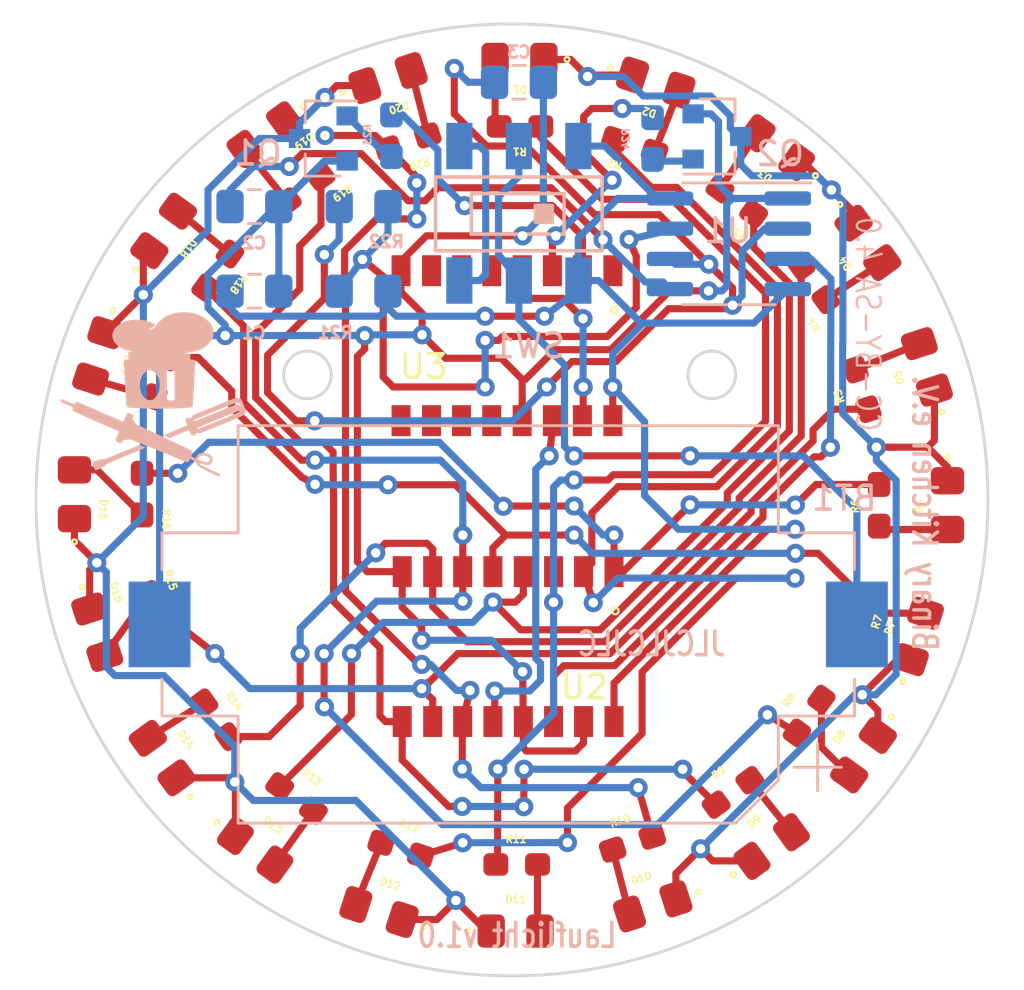
<source format=kicad_pcb>
(kicad_pcb (version 20211014) (generator pcbnew)
  (layers (0 "F.Cu" signal) (31 "B.Cu" signal) (34 "B.Paste" user) (35 "F.Paste" user) (36 "B.SilkS" user "B.Silkscreen") (37 "F.SilkS" user "F.Silkscreen") (38 "B.Mask" user) (39 "F.Mask" user) (44 "Edge.Cuts" user))
  (net 0 "")
  (net 1 "GND")
  (net 2 "+3V3")
  (net 3 "VS")
  (net 4 "Net-(C2-Pad2)")
  (net 5 "Net-(D1-Pad2)")
  (net 6 "Net-(D2-Pad2)")
  (net 7 "Net-(D3-Pad2)")
  (net 8 "Net-(D4-Pad2)")
  (net 9 "Net-(D5-Pad2)")
  (net 10 "Net-(D6-Pad2)")
  (net 11 "Net-(D7-Pad2)")
  (net 12 "Net-(D8-Pad2)")
  (net 13 "Net-(D9-Pad2)")
  (net 14 "Net-(D10-Pad2)")
  (net 15 "Net-(D11-Pad2)")
  (net 16 "Net-(D12-Pad2)")
  (net 17 "Net-(D13-Pad2)")
  (net 18 "Net-(D14-Pad2)")
  (net 19 "Net-(D15-Pad2)")
  (net 20 "Net-(D16-Pad2)")
  (net 21 "Net-(D17-Pad2)")
  (net 22 "Net-(D18-Pad2)")
  (net 23 "Net-(D19-Pad2)")
  (net 24 "Net-(D20-Pad2)")
  (net 25 "Net-(R10-Pad1)")
  (net 26 "Net-(R12-Pad1)")
  (net 27 "Net-(R13-Pad1)")
  (net 28 "Net-(R14-Pad1)")
  (net 29 "Net-(R15-Pad1)")
  (net 30 "Net-(R16-Pad1)")
  (net 31 "Net-(R17-Pad1)")
  (net 32 "Net-(R18-Pad1)")
  (net 33 "Net-(R19-Pad1)")
  (net 34 "Net-(SW1-Pad3)")
  (net 35 "Net-(U1-Pad3)")
  (net 36 "Net-(U2-Pad12)")
  (net 37 "Net-(U3-Pad12)")
  (net 38 "Net-(R1-Pad1)")
  (net 39 "Net-(R21-Pad2)")
  (net 40 "Net-(D1-Pad1)")
  (net 41 "Net-(D11-Pad1)")
  (net 42 "Net-(U3-Pad1)")
  (net 43 "Net-(U3-Pad15)")
  (net 44 "Net-(U3-Pad5)")
  (net 45 "Net-(U3-Pad6)")
  (net 46 "Net-(U3-Pad7)")
  (net 47 "Net-(U3-Pad9)")
  (net 48 "Net-(U3-Pad10)")
  (net 49 "Net-(U3-Pad11)")
  (net 50 "Net-(Q2-Pad1)")
  (net 51 "Net-(R23-Pad2)")
  (net 52 "Net-(R24-Pad2)")
  (net 53 "Net-(Q1-Pad1)")
  (net 54 "Net-(C3-Pad2)")
  (footprint "Binary_Kitchen:LED_0805_2012Metric_Pad1.15x1.40mm_HandSolder_simple_drawing" (layer "F.Cu") (at 71.28758 72.44686 180)
    (fp_text reference "D1")
    (fp_text value "0805 LED Red")
  )
  (footprint "Binary_Kitchen:LED_0805_2012Metric_Pad1.15x1.40mm_HandSolder_simple_drawing" (layer "F.Cu") (at 71.1247 109.07078)
    (fp_text reference "D11")
    (fp_text value "0805 LED Red")
  )
  (footprint "Binary_Kitchen:LED_0805_2012Metric_Pad1.15x1.40mm_HandSolder_simple_drawing" (layer "F.Cu") (at 77.0149 73.41962 -18)
    (fp_text reference "D2")
    (fp_text value "0805 LED Red")
  )
  (footprint "Binary_Kitchen:LED_0805_2012Metric_Pad1.15x1.40mm_HandSolder_simple_drawing" (layer "F.Cu") (at 65.38642 108.27142 162)
    (fp_text reference "D12")
    (fp_text value "0805 LED Red")
  )
  (footprint "Binary_Kitchen:LED_0805_2012Metric_Pad1.15x1.40mm_HandSolder_simple_drawing" (layer "F.Cu") (at 82.10478 76.15034 144)
    (fp_text reference "D3")
    (fp_text value "0805 LED Red")
  )
  (footprint "Binary_Kitchen:LED_0805_2012Metric_Pad1.15x1.40mm_HandSolder_simple_drawing" (layer "F.Cu") (at 60.181178 105.6743 -36)
    (fp_text reference "D13")
    (fp_text value "0805 LED Red")
  )
  (footprint "Binary_Kitchen:LED_0805_2012Metric_Pad1.15x1.40mm_HandSolder_simple_drawing" (layer "F.Cu") (at 85.9281 80.15558 -54)
    (fp_text reference "D4")
    (fp_text value "0805 LED Red")
  )
  (footprint "Binary_Kitchen:LED_0805_2012Metric_Pad1.15x1.40mm_HandSolder_simple_drawing" (layer "F.Cu") (at 56.27332 101.8013 126)
    (fp_text reference "D14")
    (fp_text value "0805 LED Red")
  )
  (footprint "Binary_Kitchen:LED_0805_2012Metric_Pad1.15x1.40mm_HandSolder_simple_drawing" (layer "F.Cu") (at 88.40526 85.36382 108)
    (fp_text reference "D5")
    (fp_text value "0805 LED Red")
  )
  (footprint "Binary_Kitchen:LED_0805_2012Metric_Pad1.15x1.40mm_HandSolder_simple_drawing" (layer "F.Cu") (at 53.54418 96.51422 -72)
    (fp_text reference "D15")
    (fp_text value "0805 LED Red")
  )
  (footprint "Binary_Kitchen:LED_0805_2012Metric_Pad1.15x1.40mm_HandSolder_simple_drawing" (layer "F.Cu") (at 89.27138 91.1733 -90)
    (fp_text reference "D6")
    (fp_text value "0805 LED Red")
  )
  (footprint "Binary_Kitchen:LED_0805_2012Metric_Pad1.15x1.40mm_HandSolder_simple_drawing" (layer "F.Cu") (at 52.58778 90.71674 90)
    (fp_text reference "D16")
    (fp_text value "0805 LED Red")
  )
  (footprint "Binary_Kitchen:LED_0805_2012Metric_Pad1.15x1.40mm_HandSolder_simple_drawing" (layer "F.Cu") (at 88.03062 96.69034 72)
    (fp_text reference "D7")
    (fp_text value "0805 LED Red")
  )
  (footprint "Binary_Kitchen:LED_0805_2012Metric_Pad1.15x1.40mm_HandSolder_simple_drawing" (layer "F.Cu") (at 53.58442 84.90094 -108)
    (fp_text reference "D17")
    (fp_text value "0805 LED Red")
  )
  (footprint "Binary_Kitchen:LED_0805_2012Metric_Pad1.15x1.40mm_HandSolder_simple_drawing" (layer "F.Cu") (at 85.74346 101.68186 -126)
    (fp_text reference "D8")
    (fp_text value "0805 LED Red")
  )
  (footprint "Binary_Kitchen:LED_0805_2012Metric_Pad1.15x1.40mm_HandSolder_simple_drawing" (layer "F.Cu") (at 56.3375 79.65186 54)
    (fp_text reference "D18")
    (fp_text value "0805 LED Red")
  )
  (footprint "Binary_Kitchen:LED_0805_2012Metric_Pad1.15x1.40mm_HandSolder_simple_drawing" (layer "F.Cu") (at 81.88546 105.51946 36)
    (fp_text reference "D9")
    (fp_text value "0805 LED Red")
  )
  (footprint "Binary_Kitchen:LED_0805_2012Metric_Pad1.15x1.40mm_HandSolder_simple_drawing" (layer "F.Cu") (at 60.582818 75.60678 -144)
    (fp_text reference "D19")
    (fp_text value "0805 LED Red")
  )
  (footprint "Binary_Kitchen:LED_0805_2012Metric_Pad1.15x1.40mm_HandSolder_simple_drawing" (layer "F.Cu") (at 76.885067 108.036322 -162)
    (fp_text reference "D10")
    (fp_text value "0805 LED Red")
  )
  (footprint "Binary_Kitchen:LED_0805_2012Metric_Pad1.15x1.40mm_HandSolder_simple_drawing" (layer "F.Cu") (at 65.763907 73.228402 18)
    (fp_text reference "D20")
    (fp_text value "0805 LED Red")
  )
  (footprint "Binary_Kitchen:SOP-16_4.4x10.4mm_P1.27mm_simple_drawing" (layer "F.Cu") (at 70.81 97.1177 -90)
    (fp_text reference "U2")
    (fp_text value "4017")
  )
  (footprint "Binary_Kitchen:SOP-16_4.4x10.4mm_P1.27mm_simple_drawing" (layer "F.Cu") (at 70.76174 84.47358 -90)
    (fp_text reference "U3")
    (fp_text value "4017")
  )
  (footprint "Binary_Kitchen:R_0603_1608Metric_Pad1.05x0.95mm_HandSolder" (layer "F.Cu") (at 71.31026 75.26134 180)
    (fp_text reference "R1")
    (fp_text value "82 Ohm")
  )
  (footprint "Binary_Kitchen:R_0603_1608Metric_Pad1.05x0.95mm_HandSolder" (layer "F.Cu") (at 76.13026 76.06134 -18)
    (fp_text reference "R2")
    (fp_text value "82 Ohm")
  )
  (footprint "Binary_Kitchen:R_0603_1608Metric_Pad1.05x0.95mm_HandSolder" (layer "F.Cu") (at 80.42026 78.41134 144)
    (fp_text reference "R3")
    (fp_text value "82 Ohm")
  )
  (footprint "Binary_Kitchen:R_0603_1608Metric_Pad1.05x0.95mm_HandSolder" (layer "F.Cu") (at 83.64026 81.83134 -54)
    (fp_text reference "R4")
    (fp_text value "82 Ohm")
  )
  (footprint "Binary_Kitchen:R_0603_1608Metric_Pad1.05x0.95mm_HandSolder" (layer "F.Cu") (at 85.68026 86.31134 108)
    (fp_text reference "R5")
    (fp_text value "82 Ohm")
  )
  (footprint "Binary_Kitchen:R_0603_1608Metric_Pad1.05x0.95mm_HandSolder" (layer "F.Cu") (at 86.40026 91.18134 -90)
    (fp_text reference "R6")
    (fp_text value "82 Ohm")
  )
  (footprint "Binary_Kitchen:R_0603_1608Metric_Pad1.05x0.95mm_HandSolder" (layer "F.Cu") (at 85.34026 95.80134 -108)
    (fp_text reference "R7")
    (fp_text value "82 Ohm")
  )
  (footprint "Binary_Kitchen:R_0603_1608Metric_Pad1.05x0.95mm_HandSolder" (layer "F.Cu") (at 83.46026 100.03634 54)
    (fp_text reference "R8")
    (fp_text value "82 Ohm")
  )
  (footprint "Binary_Kitchen:R_0603_1608Metric_Pad1.05x0.95mm_HandSolder" (layer "F.Cu") (at 71.17026 106.27134)
    (fp_text reference "R11")
    (fp_text value "82 Ohm")
  )
  (footprint "Binary_Kitchen:R_0603_1608Metric_Pad1.05x0.95mm_HandSolder" (layer "F.Cu") (at 66.31026 105.63134 162)
    (fp_text reference "R12")
    (fp_text value "82 Ohm")
  )
  (footprint "Binary_Kitchen:R_0603_1608Metric_Pad1.05x0.95mm_HandSolder" (layer "F.Cu") (at 61.92026 103.50134 -36)
    (fp_text reference "R13")
    (fp_text value "82 Ohm")
  )
  (footprint "Binary_Kitchen:R_0603_1608Metric_Pad1.05x0.95mm_HandSolder" (layer "F.Cu") (at 58.55026 100.19134 126)
    (fp_text reference "R14")
    (fp_text value "82 Ohm")
  )
  (footprint "Binary_Kitchen:R_0603_1608Metric_Pad1.05x0.95mm_HandSolder" (layer "F.Cu") (at 55.97779 95.736886 108)
    (fp_text reference "R15")
    (fp_text value "82 Ohm")
  )
  (footprint "Binary_Kitchen:R_0603_1608Metric_Pad1.05x0.95mm_HandSolder" (layer "F.Cu") (at 55.43026 90.71134 -90)
    (fp_text reference "R16")
    (fp_text value "82 Ohm")
  )
  (footprint "Binary_Kitchen:R_0603_1608Metric_Pad1.05x0.95mm_HandSolder" (layer "F.Cu") (at 56.22026 85.80134 -108)
    (fp_text reference "R17")
    (fp_text value "82 Ohm")
  )
  (footprint "Binary_Kitchen:R_0603_1608Metric_Pad1.05x0.95mm_HandSolder" (layer "F.Cu") (at 58.61026 81.33134 54)
    (fp_text reference "R18")
    (fp_text value "82 Ohm")
  )
  (footprint "Binary_Kitchen:R_0603_1608Metric_Pad1.05x0.95mm_HandSolder" (layer "F.Cu") (at 62.24026 77.90134 -144)
    (fp_text reference "R19")
    (fp_text value "82 Ohm")
  )
  (footprint "Binary_Kitchen:R_0603_1608Metric_Pad1.05x0.95mm_HandSolder" (layer "F.Cu") (at 66.60026 75.91134 18)
    (fp_text reference "R20")
    (fp_text value "82 Ohm")
  )
  (footprint "Binary_Kitchen:R_0603_1608Metric_Pad1.05x0.95mm_HandSolder" (layer "F.Cu") (at 80.25878 103.24554 36)
    (fp_text reference "R9")
    (fp_text value "82 Ohm")
  )
  (footprint "Binary_Kitchen:R_0603_1608Metric_Pad1.05x0.95mm_HandSolder" (layer "F.Cu") (at 76.03526 105.37634 -162)
    (fp_text reference "R10")
    (fp_text value "82 Ohm")
  )
  (footprint "Capacitor_SMD:C_0805_2012Metric_Pad1.15x1.40mm_HandSolder" (layer "B.Cu") (at 60.14944 82.18434 180)
    (fp_text reference "C1")
    (fp_text value "100n")
  )
  (footprint "Capacitor_SMD:C_0805_2012Metric_Pad1.15x1.40mm_HandSolder" (layer "B.Cu") (at 60.14944 78.62834 180)
    (fp_text reference "C2")
    (fp_text value "100n F")
  )
  (footprint "Binary_Kitchen:R_0805_2012Metric_Pad1.15x1.40mm_HandSolder" (layer "B.Cu") (at 64.73644 82.18434 180)
    (fp_text reference "R21")
    (fp_text value "100k Ohm")
  )
  (footprint "Binary_Kitchen:R_0805_2012Metric_Pad1.15x1.40mm_HandSolder" (layer "B.Cu") (at 64.73644 78.62834 180)
    (fp_text reference "R22")
    (fp_text value "100k Ohm")
  )
  (footprint "Binary_Kitchen:smd_switch_slide" (layer "B.Cu") (at 73.76026 76.08634 180)
    (fp_text reference "SW1")
    (fp_text value "SW_DPDT_x2")
  )
  (footprint "Package_SO:SOIC-8_3.9x4.9mm_P1.27mm" (layer "B.Cu") (at 80.08644 80.19234 180)
    (fp_text reference "U1")
    (fp_text value "NE555")
  )
  (footprint "Battery:BatteryHolder_Keystone_1060_1x2032" (layer "B.Cu") (at 70.81508 96.18552 180)
    (fp_text reference "BT1")
    (fp_text value "CR2023")
  )
  (footprint "Package_TO_SOT_SMD:SOT-23" (layer "B.Cu") (at 63.047 75.769 180)
    (fp_text reference "Q1")
    (fp_text value "BC850")
  )
  (footprint "Package_TO_SOT_SMD:SOT-23" (layer "B.Cu") (at 79.5824 75.6826)
    (fp_text reference "Q2")
    (fp_text value "BC850")
  )
  (footprint "Binary_Kitchen:R_0603_1608Metric_Pad1.05x0.95mm_HandSolder" (layer "B.Cu") (at 65.9078 75.6534 90)
    (fp_text reference "R23")
    (fp_text value "1k Ohm")
  )
  (footprint "Binary_Kitchen:R_0603_1608Metric_Pad1.05x0.95mm_HandSolder" (layer "B.Cu") (at 76.8806 75.769 90)
    (fp_text reference "R24")
    (fp_text value "1k Ohm")
  )
  (footprint "Capacitor_SMD:C_0805_2012Metric_Pad1.15x1.40mm_HandSolder" (layer "B.Cu") (at 71.2672 73.4068 180)
    (fp_text reference "C3")
    (fp_text value "1µ F")
  )
  (footprint "Binary_Kitchen:kitchen_head" (layer "B.Cu") (at 55.8748 86.5132 180)
    (fp_text reference "G***" hide)
    (fp_text value "kitchen_head" hide)
  )
  (gr_circle (center 70.97002 90.95312) (end 90.97002 90.95312) (layer "Edge.Cuts") (width 0.12) (fill none))
  (gr_circle (center 79.3698 85.7004) (end 80.3698 85.7004) (layer "Edge.Cuts") (width 0.12) (fill none))
  (gr_circle (center 62.3772 85.7004) (end 63.3772 85.7004) (layer "Edge.Cuts") (width 0.12) (fill none))
  (gr_text "Binary Kitchen e.V." (at 88.3106 91.517 270) (layer "B.SilkS") (effects (font (size 1 0.8)) (justify mirror)))
  (gr_text "JLCJLCJLC" (at 76.8298 97.0034) (layer "B.SilkS") (effects (font (size 1 0.8)) (justify mirror)))
  (gr_text "Lauflicht v1.0" (at 71.18592 109.25382) (layer "B.SilkS") (effects (font (size 1 0.8)) (justify mirror)))
  (gr_text "CC-BY-SA 4.0" (at 85.923 83.5668 270) (layer "B.SilkS") (effects (font (size 1 0.8) (thickness 0.1)) (justify mirror)))
  (segment (start 64.476609 84.918516) (end 64.78258 84.612545) (width 0.3) (layer "F.Cu") (net 1))
  (segment (start 71.53652 85.88828) (end 72.783249 84.641551) (width 0.3) (layer "F.Cu") (net 1))
  (segment (start 71.45 101.37974) (end 71.57708 101.50682) (width 0.3) (layer "F.Cu") (net 1))
  (segment (start 71.4196 79.8584) (end 67.376918 79.8584) (width 0.3) (layer "F.Cu") (net 1))
  (segment (start 71.40174 87.62358) (end 71.40174 86.67358) (width 0.3) (layer "F.Cu") (net 1))
  (segment (start 71.4196 98.1718) (end 71.45 100.2677) (width 0.3) (layer "F.Cu") (net 1))
  (segment (start 66.31174 81.32358) (end 66.31174 82.22358) (width 0.3) (layer "F.Cu") (net 1))
  (segment (start 71.45 100.2677) (end 71.45 101.37974) (width 0.3) (layer "F.Cu") (net 1))
  (segment (start 64.476609 93.554859) (end 64.476609 84.918516) (width 0.3) (layer "F.Cu") (net 1))
  (segment (start 71.40174 85.88828) (end 71.40174 87.62358) (width 0.3) (layer "F.Cu") (net 1))
  (segment (start 72.783249 84.641551) (end 75.126151 84.641551) (width 0.3) (layer "F.Cu") (net 1))
  (segment (start 66.31174 80.923578) (end 66.31174 81.32358) (width 0.3) (layer "F.Cu") (net 1))
  (segment (start 77.597902 82.1698) (end 79.23264 82.1698) (width 0.3) (layer "F.Cu") (net 1))
  (segment (start 66.36 95.467515) (end 66.36 94.9177) (width 0.3) (layer "F.Cu") (net 1))
  (segment (start 67.19558 84.01638) (end 68.181801 85.002601) (width 0.3) (layer "F.Cu") (net 1))
  (segment (start 66.36 94.9177) (end 66.36 93.9677) (width 0.3) (layer "F.Cu") (net 1))
  (segment (start 68.181801 85.002601) (end 70.516061 85.002601) (width 0.3) (layer "F.Cu") (net 1))
  (segment (start 64.476609 93.554859) (end 64.88945 93.9677) (width 0.3) (layer "F.Cu") (net 1))
  (segment (start 71.4323 87.59302) (end 71.40174 87.62358) (width 0.3) (layer "F.Cu") (net 1))
  (segment (start 70.516061 85.002601) (end 71.40174 85.88828) (width 0.3) (layer "F.Cu") (net 1))
  (segment (start 71.57708 101.50682) (end 73.64088 101.50682) (width 0.3) (layer "F.Cu") (net 1))
  (segment (start 67.376918 79.8584) (end 66.31174 80.923578) (width 0.3) (layer "F.Cu") (net 1))
  (segment (start 66.31174 82.22358) (end 67.19558 83.10742) (width 0.3) (layer "F.Cu") (net 1))
  (segment (start 67.1778 96.285315) (end 66.36 95.467515) (width 0.3) (layer "F.Cu") (net 1))
  (segment (start 67.19558 83.10742) (end 67.19558 84.01638) (width 0.3) (layer "F.Cu") (net 1))
  (segment (start 73.98 101.1677) (end 73.98 100.2677) (width 0.3) (layer "F.Cu") (net 1))
  (segment (start 75.126151 84.641551) (end 77.597902 82.1698) (width 0.3) (layer "F.Cu") (net 1))
  (segment (start 64.88945 93.9677) (end 66.36 93.9677) (width 0.3) (layer "F.Cu") (net 1))
  (segment (start 73.64088 101.50682) (end 73.98 101.1677) (width 0.3) (layer "F.Cu") (net 1))
  (segment (start 67.1778 96.851) (end 67.1778 96.285315) (width 0.3) (layer "F.Cu") (net 1))
  (segment (start 64.78258 84.612545) (end 64.78258 84.04686) (width 0.3) (layer "F.Cu") (net 1))
  (segment (start 71.40174 85.88828) (end 71.53652 85.88828) (width 0.3) (layer "F.Cu") (net 1))
  (via (at 58.9228 84.0494) (size 0.8) (drill 0.4) (layers "F.Cu" "B.Cu") (net 1))
  (via (at 71.4196 79.8584) (size 0.8) (drill 0.4) (layers "F.Cu" "B.Cu") (net 1))
  (via (at 67.19558 84.01638) (size 0.8) (drill 0.4) (layers "F.Cu" "B.Cu") (net 1))
  (via (at 67.1778 96.851) (size 0.8) (drill 0.4) (layers "F.Cu" "B.Cu") (net 1))
  (via (at 71.4196 98.1718) (size 0.8) (drill 0.4) (layers "F.Cu" "B.Cu") (net 1))
  (via (at 64.78258 84.04686) (size 0.8) (drill 0.4) (layers "F.Cu" "B.Cu") (net 1))
  (via (at 79.23264 82.1698) (size 0.8) (drill 0.4) (layers "F.Cu" "B.Cu") (net 1))
  (segment (start 61.17444 81.48434) (end 61.17444 82.18434) (width 0.3) (layer "B.Cu") (net 1))
  (segment (start 67.19558 84.01638) (end 64.81306 84.01638) (width 0.3) (layer "B.Cu") (net 1))
  (segment (start 67.1778 96.851) (end 70.0988 96.851) (width 0.3) (layer "B.Cu") (net 1))
  (segment (start 79.23264 82.1698) (end 79.798325 82.1698) (width 0.3) (layer "B.Cu") (net 1))
  (segment (start 67.1524 97.0034) (end 67.1778 96.851) (width 0.3) (layer "B.Cu") (net 1))
  (segment (start 61.17444 79.76562) (end 61.17444 78.62834) (width 0.3) (layer "B.Cu") (net 1))
  (segment (start 64.78258 84.04686) (end 58.9228 84.0494) (width 0.3) (layer "B.Cu") (net 1))
  (segment (start 56.16508 85.56252) (end 56.16508 96.18552) (width 0.3) (layer "B.Cu") (net 1))
  (segment (start 78.5824 74.7326) (end 79.3324 74.7326) (width 0.3) (layer "B.Cu") (net 1))
  (segment (start 79.992801 78.525601) (end 80.231062 78.28734) (width 0.3) (layer "B.Cu") (net 1))
  (segment (start 61.17444 78.62834) (end 61.17444 82.18434) (width 0.3) (layer "B.Cu") (net 1))
  (segment (start 58.19943 81.485804) (end 61.020634 78.6646) (width 0.3) (layer "B.Cu") (net 1))
  (segment (start 63.08378 76.719) (end 61.17444 78.62834) (width 0.3) (layer "B.Cu") (net 1))
  (segment (start 82.56144 78.28734) (end 81.3004 78.28734) (width 0.3) (layer "B.Cu") (net 1))
  (segment (start 64.047 76.719) (end 63.08378 76.719) (width 0.3) (layer "B.Cu") (net 1))
  (segment (start 79.6492 75.0494) (end 79.6492 77.705478) (width 0.3) (layer "B.Cu") (net 1))
  (segment (start 61.17444 78.62834) (end 61.17444 79.32834) (width 0.3) (layer "B.Cu") (net 1))
  (segment (start 79.6492 77.705478) (end 80.231062 78.28734) (width 0.3) (layer "B.Cu") (net 1))
  (segment (start 72.2922 78.953) (end 72.2922 73.4068) (width 0.3) (layer "B.Cu") (net 1))
  (segment (start 64.81306 84.01638) (end 64.78258 84.04686) (width 0.3) (layer "B.Cu") (net 1))
  (segment (start 79.992801 81.975324) (end 79.992801 78.525601) (width 0.3) (layer "B.Cu") (net 1))
  (segment (start 58.9228 83.606246) (end 58.19943 82.882876) (width 0.3) (layer "B.Cu") (net 1))
  (segment (start 79.3324 74.7326) (end 79.6492 75.0494) (width 0.3) (layer "B.Cu") (net 1))
  (segment (start 58.9228 84.0494) (end 58.9228 83.606246) (width 0.3) (layer "B.Cu") (net 1))
  (segment (start 80.231062 78.28734) (end 82.56144 78.28734) (width 0.3) (layer "B.Cu") (net 1))
  (segment (start 58.19943 82.882876) (end 58.19943 81.485804) (width 0.3) (layer "B.Cu") (net 1))
  (segment (start 61.020634 78.6646) (end 61.2088 78.6646) (width 0.3) (layer "B.Cu") (net 1))
  (segment (start 72.3086 78.9694) (end 72.2922 78.953) (width 0.3) (layer "B.Cu") (net 1))
  (segment (start 57.6782 84.0494) (end 56.16508 85.56252) (width 0.3) (layer "B.Cu") (net 1))
  (segment (start 79.798325 82.1698) (end 79.992801 81.975324) (width 0.3) (layer "B.Cu") (net 1))
  (segment (start 72.3086 78.9694) (end 71.4196 79.8584) (width 0.3) (layer "B.Cu") (net 1))
  (segment (start 70.0988 96.851) (end 71.4196 98.1718) (width 0.3) (layer "B.Cu") (net 1))
  (segment (start 58.9228 84.0494) (end 57.6782 84.0494) (width 0.3) (layer "B.Cu") (net 1))
  (segment (start 78.4554 89.104) (end 73.5786 89.104) (width 0.3) (layer "F.Cu") (net 2))
  (via (at 78.4554 89.104) (size 0.8) (drill 0.4) (layers "F.Cu" "B.Cu") (net 2))
  (via (at 73.5786 89.104) (size 0.8) (drill 0.4) (layers "F.Cu" "B.Cu") (net 2))
  (segment (start 71.26026 77.36134) (end 70.407979 78.213621) (width 0.3) (layer "B.Cu") (net 2))
  (segment (start 71.26026 76.08634) (end 71.26026 77.36134) (width 0.3) (layer "B.Cu") (net 2))
  (segment (start 70.407979 78.213621) (end 70.407979 80.631261) (width 0.3) (layer "B.Cu") (net 2))
  (segment (start 73.178601 88.704001) (end 73.178601 85.277563) (width 0.3) (layer "B.Cu") (net 2))
  (segment (start 85.51914 96.13146) (end 85.46508 96.18552) (width 0.3) (layer "B.Cu") (net 2))
  (segment (start 71.26026 83.359222) (end 71.26026 81.73634) (width 0.3) (layer "B.Cu") (net 2))
  (segment (start 83.217922 89.104) (end 85.46508 91.351158) (width 0.3) (layer "B.Cu") (net 2))
  (segment (start 73.5786 89.104) (end 73.178601 88.704001) (width 0.3) (layer "B.Cu") (net 2))
  (segment (start 78.4554 89.104) (end 83.217922 89.104) (width 0.3) (layer "B.Cu") (net 2))
  (segment (start 70.40868 80.68898) (end 70.41376 80.64834) (width 0.3) (layer "B.Cu") (net 2))
  (segment (start 85.46508 95.22468) (end 85.46508 96.18552) (width 0.3) (layer "B.Cu") (net 2))
  (segment (start 85.46508 91.351158) (end 85.46508 96.18552) (width 0.3) (layer "B.Cu") (net 2))
  (segment (start 73.178601 85.277563) (end 71.26026 83.359222) (width 0.3) (layer "B.Cu") (net 2))
  (segment (start 70.41376 80.64834) (end 71.26026 81.73634) (width 0.3) (layer "B.Cu") (net 2))
  (segment (start 75.2042 86.2084) (end 75.21174 87.62358) (width 0.3) (layer "F.Cu") (net 3))
  (segment (start 75.26 98.65548) (end 81.72792 92.18756) (width 0.3) (layer "F.Cu") (net 3))
  (segment (start 81.72792 92.18756) (end 82.87246 92.18756) (width 0.3) (layer "F.Cu") (net 3))
  (segment (start 69.8448 83.2366) (end 72.334 83.2366) (width 0.3) (layer "F.Cu") (net 3))
  (segment (start 75.26 100.2677) (end 75.26 98.65548) (width 0.3) (layer "F.Cu") (net 3))
  (via (at 75.2042 86.2084) (size 0.8) (drill 0.4) (layers "F.Cu" "B.Cu") (net 3))
  (via (at 69.8448 83.2366) (size 0.8) (drill 0.4) (layers "F.Cu" "B.Cu") (net 3))
  (via (at 82.87246 92.18756) (size 0.8) (drill 0.4) (layers "F.Cu" "B.Cu") (net 3))
  (via (at 72.334 83.2366) (size 0.8) (drill 0.4) (layers "F.Cu" "B.Cu") (net 3))
  (segment (start 59.12444 82.88434) (end 59.47445 83.23435) (width 0.3) (layer "B.Cu") (net 3))
  (segment (start 75.2169 82.34298) (end 74.61026 81.73634) (width 0.3) (layer "B.Cu") (net 3))
  (segment (start 72.334 83.2366) (end 73.76026 82.16134) (width 0.3) (layer "B.Cu") (net 3))
  (segment (start 73.76026 79.948498) (end 75.421418 78.28734) (width 0.3) (layer "B.Cu") (net 3))
  (segment (start 65.76144 82.88434) (end 65.76144 82.18434) (width 0.3) (layer "B.Cu") (net 3))
  (segment (start 76.543481 87.669601) (end 76.543481 90.768423) (width 0.3) (layer "B.Cu") (net 3))
  (segment (start 82.56144 82.09734) (end 81.134117 83.524663) (width 0.3) (layer "B.Cu") (net 3))
  (segment (start 59.47445 83.23435) (end 65.41143 83.23435) (width 0.3) (layer "B.Cu") (net 3))
  (segment (start 74.869254 76.08634) (end 73.76026 76.08634) (width 0.3) (layer "B.Cu") (net 3))
  (segment (start 59.12444 82.18434) (end 59.12444 82.88434) (width 0.3) (layer "B.Cu") (net 3))
  (segment (start 76.63644 78.28734) (end 77.61144 78.28734) (width 0.3) (layer "B.Cu") (net 3))
  (segment (start 65.41143 83.23435) (end 65.76144 82.88434) (width 0.3) (layer "B.Cu") (net 3))
  (segment (start 75.421418 78.28734) (end 76.63644 78.28734) (width 0.3) (layer "B.Cu") (net 3))
  (segment (start 77.070254 78.28734) (end 74.869254 76.08634) (width 0.3) (layer "B.Cu") (net 3))
  (segment (start 75.2042 84.8114) (end 75.2042 86.2084) (width 0.3) (layer "B.Cu") (net 3))
  (segment (start 76.398583 83.524663) (end 75.2169 82.34298) (width 0.3) (layer "B.Cu") (net 3))
  (segment (start 77.168663 83.524663) (end 76.490937 83.524663) (width 0.3) (layer "B.Cu") (net 3))
  (segment (start 77.61144 78.28734) (end 77.070254 78.28734) (width 0.3) (layer "B.Cu") (net 3))
  (segment (start 66.1137 83.2366) (end 65.76144 82.88434) (width 0.3) (layer "B.Cu") (net 3))
  (segment (start 77.168663 83.524663) (end 76.398583 83.524663) (width 0.3) (layer "B.Cu") (net 3))
  (segment (start 82.306775 92.18756) (end 82.87246 92.18756) (width 0.3) (layer "B.Cu") (net 3))
  (segment (start 76.543481 90.768423) (end 77.962618 92.18756) (width 0.3) (layer "B.Cu") (net 3))
  (segment (start 75.2042 86.2084) (end 76.543481 87.669601) (width 0.3) (layer "B.Cu") (net 3))
  (segment (start 69.8448 83.2366) (end 66.1137 83.2366) (width 0.3) (layer "B.Cu") (net 3))
  (segment (start 81.134117 83.524663) (end 77.168663 83.524663) (width 0.3) (layer "B.Cu") (net 3))
  (segment (start 73.76026 81.73634) (end 73.76026 79.948498) (width 0.3) (layer "B.Cu") (net 3))
  (segment (start 76.490937 83.524663) (end 75.2042 84.8114) (width 0.3) (layer "B.Cu") (net 3))
  (segment (start 74.61026 81.73634) (end 73.76026 81.73634) (width 0.3) (layer "B.Cu") (net 3))
  (segment (start 73.76026 82.16134) (end 73.76026 81.73634) (width 0.3) (layer "B.Cu") (net 3))
  (segment (start 77.962618 92.18756) (end 82.306775 92.18756) (width 0.3) (layer "B.Cu") (net 3))
  (segment (start 67.859221 77.838399) (end 67.314259 78.383361) (width 0.3) (layer "F.Cu") (net 4))
  (segment (start 64.6378 76.404) (end 62.15622 76.404) (width 0.3) (layer "F.Cu") (net 4))
  (segment (start 62.15622 76.404) (end 61.6152 76.94502) (width 0.3) (layer "F.Cu") (net 4))
  (segment (start 66.612059 78.383361) (end 64.6378 76.404) (width 0.3) (layer "F.Cu") (net 4))
  (segment (start 72.615239 77.838399) (end 67.859221 77.838399) (width 0.3) (layer "F.Cu") (net 4))
  (segment (start 67.332061 78.383361) (end 66.612059 78.383361) (width 0.3) (layer "F.Cu") (net 4))
  (segment (start 74.7978 80.02096) (end 72.615239 77.838399) (width 0.3) (layer "F.Cu") (net 4))
  (via (at 74.7978 80.02096) (size 0.8) (drill 0.4) (layers "F.Cu" "B.Cu") (net 4))
  (via (at 61.6152 76.94502) (size 0.8) (drill 0.4) (layers "F.Cu" "B.Cu") (net 4))
  (segment (start 60.1103 76.94248) (end 59.12444 77.92834) (width 0.3) (layer "B.Cu") (net 4))
  (segment (start 77.61144 82.09734) (end 77.31144 81.79734) (width 0.3) (layer "B.Cu") (net 4))
  (segment (start 76.57418 81.79734) (end 75.197799 80.420959) (width 0.3) (layer "B.Cu") (net 4))
  (segment (start 75.197799 80.420959) (end 74.7978 80.02096) (width 0.3) (layer "B.Cu") (net 4))
  (segment (start 59.12444 77.92834) (end 59.12444 78.62834) (width 0.3) (layer "B.Cu") (net 4))
  (segment (start 61.6152 76.94502) (end 60.1103 76.94248) (width 0.3) (layer "B.Cu") (net 4))
  (segment (start 77.31144 81.79734) (end 76.57418 81.79734) (width 0.3) (layer "B.Cu") (net 4))
  (segment (start 70.26258 75.08866) (end 70.43526 75.26134) (width 0.3) (layer "F.Cu") (net 5))
  (segment (start 70.26258 72.44686) (end 70.26258 75.08866) (width 0.3) (layer "F.Cu") (net 5))
  (segment (start 77.989733 73.736362) (end 76.962434 76.33173) (width 0.3) (layer "F.Cu") (net 6))
  (segment (start 81.275538 75.54786) (end 79.71237 77.897028) (width 0.3) (layer "F.Cu") (net 7))
  (segment (start 86.53058 80.984822) (end 84.154572 82.53923) (width 0.3) (layer "F.Cu") (net 8))
  (segment (start 88.088518 84.388987) (end 85.40987 85.479166) (width 0.3) (layer "F.Cu") (net 9))
  (segment (start 86.54222 92.1983) (end 86.40026 92.05634) (width 0.3) (layer "F.Cu") (net 10))
  (segment (start 89.27138 92.1983) (end 86.54222 92.1983) (width 0.3) (layer "F.Cu") (net 10))
  (segment (start 85.06987 96.633514) (end 85.569314 96.633514) (width 0.3) (layer "F.Cu") (net 11))
  (segment (start 87.611339 95.715507) (end 88.347362 95.715507) (width 0.3) (layer "F.Cu") (net 11))
  (segment (start 85.569314 96.633514) (end 86.487321 95.715507) (width 0.3) (layer "F.Cu") (net 11))
  (segment (start 86.487321 95.715507) (end 87.611339 95.715507) (width 0.3) (layer "F.Cu") (net 11))
  (segment (start 85.14098 102.511102) (end 83.974572 101.344694) (width 0.3) (layer "F.Cu") (net 12))
  (segment (start 83.974572 101.344694) (end 83.974572 99.32845) (width 0.3) (layer "F.Cu") (net 12))
  (segment (start 83.965362 99.33766) (end 83.974572 99.32845) (width 0.3) (layer "F.Cu") (net 12))
  (segment (start 80.96667 102.731228) (end 82.714702 104.91698) (width 0.3) (layer "F.Cu") (net 13))
  (segment (start 75.203086 105.64673) (end 75.910234 108.353064) (width 0.3) (layer "F.Cu") (net 14))
  (segment (start 72.04526 106.27134) (end 72.04526 108.96634) (width 0.3) (layer "F.Cu") (net 15))
  (segment (start 72.04526 108.96634) (end 72.1497 109.07078) (width 0.3) (layer "F.Cu") (net 15))
  (segment (start 65.478086 105.36095) (end 64.411587 107.954678) (width 0.3) (layer "F.Cu") (net 16))
  (segment (start 62.62815 104.015652) (end 61.01042 106.27678) (width 0.3) (layer "F.Cu") (net 17))
  (segment (start 58.035948 99.48345) (end 55.67084 100.972058) (width 0.3) (layer "F.Cu") (net 18))
  (segment (start 55.7074 94.904712) (end 53.860922 97.489053) (width 0.3) (layer "F.Cu") (net 19))
  (segment (start 55.52246 91.49414) (end 55.43026 91.58634) (width 0.3) (layer "F.Cu") (net 20))
  (segment (start 52.58778 89.69174) (end 53.53566 89.69174) (width 0.3) (layer "F.Cu") (net 20))
  (segment (start 53.53566 89.69174) (end 55.43026 91.58634) (width 0.3) (layer "F.Cu") (net 20))
  (segment (start 53.267678 85.875773) (end 55.94987 86.633514) (width 0.3) (layer "F.Cu") (net 21))
  (segment (start 56.93998 78.822618) (end 59.124572 80.62345) (width 0.3) (layer "F.Cu") (net 22))
  (segment (start 59.753576 76.20926) (end 61.53237 78.415652) (width 0.3) (layer "F.Cu") (net 23))
  (segment (start 66.73874 72.91166) (end 67.432434 75.64095) (width 0.3) (layer "F.Cu") (net 24))
  (segment (start 68.88468 100.28302) (end 68.9 100.2677) (width 0.3) (layer "F.Cu") (net 25))
  (segment (start 67.1778 97.867) (end 67.058398 97.867) (width 0.3) (layer "F.Cu") (net 25))
  (segment (start 69.2098 98.9592) (end 68.9 100.2677) (width 0.3) (layer "F.Cu") (net 25))
  (segment (start 67.058398 97.867) (end 63.976599 94.785201) (width 0.3) (layer "F.Cu") (net 25))
  (segment (start 65.228356 75.642) (end 63.1138 75.642) (width 0.3) (layer "F.Cu") (net 25))
  (segment (start 66.97206 77.63336) (end 66.97206 77.385704) (width 0.3) (layer "F.Cu") (net 25))
  (segment (start 63.938599 82.158001) (end 63.938599 80.488999) (width 0.3) (layer "F.Cu") (net 25))
  (segment (start 63.938599 80.488999) (end 65.280398 79.1472) (width 0.3) (layer "F.Cu") (net 25))
  (segment (start 66.408915 79.1472) (end 66.9746 79.1472) (width 0.3) (layer "F.Cu") (net 25))
  (segment (start 63.976599 94.785201) (end 63.976599 82.196001) (width 0.3) (layer "F.Cu") (net 25))
  (segment (start 66.97206 77.385704) (end 65.768086 76.18173) (width 0.3) (layer "F.Cu") (net 25))
  (segment (start 65.768086 76.18173) (end 65.768086 76.429386) (width 0.3) (layer "F.Cu") (net 25))
  (segment (start 65.280398 79.1472) (end 66.408915 79.1472) (width 0.3) (layer "F.Cu") (net 25))
  (segment (start 63.976599 82.196001) (end 63.938599 82.158001) (width 0.3) (layer "F.Cu") (net 25))
  (segment (start 76.27354 103.04352) (end 76.867434 105.10595) (width 0.3) (layer "F.Cu") (net 25))
  (segment (start 68.88468 102.2612) (end 68.88468 100.28302) (width 0.3) (layer "F.Cu") (net 25))
  (segment (start 65.768086 76.18173) (end 65.228356 75.642) (width 0.3) (layer "F.Cu") (net 25))
  (via (at 63.1138 75.642) (size 0.8) (drill 0.4) (layers "F.Cu" "B.Cu") (net 25))
  (via (at 69.2098 98.9592) (size 0.8) (drill 0.4) (layers "F.Cu" "B.Cu") (net 25))
  (via (at 66.97206 77.63336) (size 0.8) (drill 0.4) (layers "F.Cu" "B.Cu") (net 25))
  (via (at 67.1778 97.867) (size 0.8) (drill 0.4) (layers "F.Cu" "B.Cu") (net 25))
  (via (at 76.27354 103.04352) (size 0.8) (drill 0.4) (layers "F.Cu" "B.Cu") (net 25))
  (via (at 66.9746 79.1472) (size 0.8) (drill 0.4) (layers "F.Cu" "B.Cu") (net 25))
  (via (at 68.88468 102.2612) (size 0.8) (drill 0.4) (layers "F.Cu" "B.Cu") (net 25))
  (segment (start 66.9746 79.1472) (end 66.9746 77.6359) (width 0.3) (layer "B.Cu") (net 25))
  (segment (start 76.27354 103.04352) (end 69.667 103.04352) (width 0.3) (layer "B.Cu") (net 25))
  (segment (start 66.9746 77.6359) (end 66.97206 77.63336) (width 0.3) (layer "B.Cu") (net 25))
  (segment (start 68.644115 98.9592) (end 67.551915 97.867) (width 0.3) (layer "B.Cu") (net 25))
  (segment (start 69.667 103.04352) (end 68.88468 102.2612) (width 0.3) (layer "B.Cu") (net 25))
  (segment (start 69.2098 98.9592) (end 68.644115 98.9592) (width 0.3) (layer "B.Cu") (net 25))
  (segment (start 67.551915 97.867) (end 67.1778 97.867) (width 0.3) (layer "B.Cu") (net 25))
  (segment (start 81.18082 81.10554) (end 81.18082 81.111393) (width 0.3) (layer "F.Cu") (net 26))
  (segment (start 76.43864 98.18396) (end 76.43864 100.769062) (width 0.3) (layer "F.Cu") (net 26))
  (segment (start 81.18082 81.111393) (end 82.125928 82.056501) (width 0.3) (layer "F.Cu") (net 26))
  (segment (start 82.125928 87.85107) (end 79.580839 90.396159) (width 0.3) (layer "F.Cu") (net 26))
  (segment (start 75.298086 76.290394) (end 76.831922 77.82423) (width 0.3) (layer "F.Cu") (net 26))
  (segment (start 76.43864 100.769062) (end 73.30428 103.903422) (width 0.3) (layer "F.Cu") (net 26))
  (segment (start 73.30174 105.271835) (end 73.30428 105.35238) (width 0.3) (layer "F.Cu") (net 26))
  (segment (start 75.433479 90.396159) (end 74.328601 91.501037) (width 0.3) (layer "F.Cu") (net 26))
  (segment (start 77.89951 77.82423) (end 77.899512 77.824232) (width 0.3) (layer "F.Cu") (net 26))
  (segment (start 74.328601 93.619099) (end 73.98 93.9677) (width 0.3) (layer "F.Cu") (net 26))
  (segment (start 75.436041 90.396159) (end 75.4582 90.396159) (width 0.3) (layer "F.Cu") (net 26))
  (segment (start 73.30428 103.903422) (end 73.30428 105.35238) (width 0.3) (layer "F.Cu") (net 26))
  (segment (start 74.38886 95.27112) (end 73.98 93.9677) (width 0.3) (layer "F.Cu") (net 26))
  (segment (start 82.86484 94.24496) (end 80.37764 94.24496) (width 0.3) (layer "F.Cu") (net 26))
  (segment (start 68.905 105.36) (end 67.142434 105.90173) (width 0.3) (layer "F.Cu") (net 26))
  (segment (start 75.298086 75.79095) (end 75.298086 76.290394) (width 0.3) (layer "F.Cu") (net 26))
  (segment (start 82.125928 82.056501) (end 82.125928 87.85107) (width 0.3) (layer "F.Cu") (net 26))
  (segment (start 80.37764 94.24496) (end 76.43864 98.18396) (width 0.3) (layer "F.Cu") (net 26))
  (segment (start 74.328601 91.501037) (end 74.328601 93.619099) (width 0.3) (layer "F.Cu") (net 26))
  (segment (start 77.867981 90.396159) (end 77.459019 90.396159) (width 0.3) (layer "F.Cu") (net 26))
  (segment (start 75.298086 75.79095) (end 75.298086 75.981068) (width 0.3) (layer "F.Cu") (net 26))
  (segment (start 77.459019 90.396159) (end 75.433479 90.396159) (width 0.3) (layer "F.Cu") (net 26))
  (segment (start 79.580839 90.396159) (end 77.459019 90.396159) (width 0.3) (layer "F.Cu") (net 26))
  (segment (start 76.831922 77.82423) (end 77.89951 77.82423) (width 0.3) (layer "F.Cu") (net 26))
  (segment (start 80.628142 80.552862) (end 77.89951 77.82423) (width 0.3) (layer "F.Cu") (net 26))
  (segment (start 81.18082 81.10554) (end 80.628142 80.552862) (width 0.3) (layer "F.Cu") (net 26))
  (via (at 74.38886 95.27112) (size 0.8) (drill 0.4) (layers "F.Cu" "B.Cu") (net 26))
  (via (at 68.905 105.36) (size 0.8) (drill 0.4) (layers "F.Cu" "B.Cu") (net 26))
  (via (at 82.86484 94.24496) (size 0.8) (drill 0.4) (layers "F.Cu" "B.Cu") (net 26))
  (via (at 73.30428 105.35238) (size 0.8) (drill 0.4) (layers "F.Cu" "B.Cu") (net 26))
  (segment (start 75.42264 94.23734) (end 74.38886 95.27112) (width 0.3) (layer "B.Cu") (net 26))
  (segment (start 68.905 105.36) (end 73.30428 105.35238) (width 0.3) (layer "B.Cu") (net 26))
  (segment (start 82.86484 94.24496) (end 75.42264 94.23734) (width 0.3) (layer "B.Cu") (net 26))
  (segment (start 81.12815 78.925652) (end 81.12815 80.34575) (width 0.3) (layer "F.Cu") (net 27))
  (segment (start 82.0241 81.247553) (end 82.625938 81.849391) (width 0.3) (layer "F.Cu") (net 27))
  (segment (start 80.020778 90.66334) (end 80.020778 91.066222) (width 0.3) (layer "F.Cu") (net 27))
  (segment (start 64.22124 99.978158) (end 61.21237 102.987028) (width 0.3) (layer "F.Cu") (net 27))
  (segment (start 82.0241 81.2417) (end 82.0241 81.247553) (width 0.3) (layer "F.Cu") (net 27))
  (segment (start 82.625938 81.849391) (end 82.625938 88.05818) (width 0.3) (layer "F.Cu") (net 27))
  (segment (start 81.12815 80.34575) (end 82.0241 81.2417) (width 0.3) (layer "F.Cu") (net 27))
  (segment (start 71.335819 96.411619) (end 70.175 95.2508) (width 0.3) (layer "F.Cu") (net 27))
  (segment (start 64.2314 97.4098) (end 64.22124 99.978158) (width 0.3) (layer "F.Cu") (net 27))
  (segment (start 71.45 93.9677) (end 71.45 94.9177) (width 0.3) (layer "F.Cu") (net 27))
  (segment (start 74.675381 96.411619) (end 71.335819 96.411619) (width 0.3) (layer "F.Cu") (net 27))
  (segment (start 80.020778 91.066222) (end 74.675381 96.411619) (width 0.3) (layer "F.Cu") (net 27))
  (segment (start 71.1169 95.2508) (end 70.740685 95.2508) (width 0.3) (layer "F.Cu") (net 27))
  (segment (start 82.625938 88.05818) (end 80.020778 90.66334) (width 0.3) (layer "F.Cu") (net 27))
  (segment (start 71.45 94.9177) (end 71.1169 95.2508) (width 0.3) (layer "F.Cu") (net 27))
  (segment (start 70.740685 95.2508) (end 70.175 95.2508) (width 0.3) (layer "F.Cu") (net 27))
  (via (at 64.2314 97.4098) (size 0.8) (drill 0.4) (layers "F.Cu" "B.Cu") (net 27))
  (via (at 70.175 95.2508) (size 0.8) (drill 0.4) (layers "F.Cu" "B.Cu") (net 27))
  (segment (start 64.2314 97.4098) (end 65.555441 96.100999) (width 0.3) (layer "B.Cu") (net 27))
  (segment (start 69.775001 95.650799) (end 70.175 95.2508) (width 0.3) (layer "B.Cu") (net 27))
  (segment (start 69.324801 96.100999) (end 69.775001 95.650799) (width 0.3) (layer "B.Cu") (net 27))
  (segment (start 65.555441 96.100999) (end 69.324801 96.100999) (width 0.3) (layer "B.Cu") (net 27))
  (segment (start 59.064572 100.89923) (end 60.76737 100.89923) (width 0.3) (layer "F.Cu") (net 28))
  (segment (start 74.882491 96.911629) (end 80.520788 91.273332) (width 0.3) (layer "F.Cu") (net 28))
  (segment (start 62.0724 99.5942) (end 62.0724 97.4098) (width 0.3) (layer "F.Cu") (net 28))
  (segment (start 68.399331 96.218331) (end 69.092629 96.911629) (width 0.3) (layer "F.Cu") (net 28))
  (segment (start 60.76737 100.89923) (end 62.0724 99.5942) (width 0.3) (layer "F.Cu") (net 28))
  (segment (start 65.647399 92.778161) (end 65.2474 93.17816) (width 0.3) (layer "F.Cu") (net 28))
  (segment (start 67.64 93.9677) (end 67.64 93.0177) (width 0.3) (layer "F.Cu") (net 28))
  (segment (start 80.520788 91.273332) (end 80.520788 90.87045) (width 0.3) (layer "F.Cu") (net 28))
  (segment (start 83.125948 88.26529) (end 83.125948 81.12345) (width 0.3) (layer "F.Cu") (net 28))
  (segment (start 69.092629 96.911629) (end 74.882491 96.911629) (width 0.3) (layer "F.Cu") (net 28))
  (segment (start 68.399331 96.199911) (end 68.399331 96.218331) (width 0.3) (layer "F.Cu") (net 28))
  (segment (start 80.520788 90.87045) (end 83.125948 88.26529) (width 0.3) (layer "F.Cu") (net 28))
  (segment (start 67.64 95.44058) (end 68.399331 96.199911) (width 0.3) (layer "F.Cu") (net 28))
  (segment (start 67.64 93.9677) (end 67.64 95.44058) (width 0.3) (layer "F.Cu") (net 28))
  (segment (start 67.64 93.0177) (end 67.400461 92.778161) (width 0.3) (layer "F.Cu") (net 28))
  (segment (start 67.400461 92.778161) (end 65.647399 92.778161) (width 0.3) (layer "F.Cu") (net 28))
  (via (at 65.2474 93.17816) (size 0.8) (drill 0.4) (layers "F.Cu" "B.Cu") (net 28))
  (via (at 62.0724 97.4098) (size 0.8) (drill 0.4) (layers "F.Cu" "B.Cu") (net 28))
  (segment (start 65.2474 93.17816) (end 62.0724 96.35316) (width 0.3) (layer "B.Cu") (net 28))
  (segment (start 62.0724 96.35316) (end 62.0724 97.4098) (width 0.3) (layer "B.Cu") (net 28))
  (segment (start 67.1778 98.883) (end 67.443799 98.617001) (width 0.3) (layer "F.Cu") (net 29))
  (segment (start 67.443799 98.617001) (end 67.494599 98.617001) (width 0.3) (layer "F.Cu") (net 29))
  (segment (start 57.353334 96.518514) (end 56.24818 96.56906) (width 0.3) (layer "F.Cu") (net 29))
  (segment (start 85.95065 87.143514) (end 85.744726 87.143514) (width 0.3) (layer "F.Cu") (net 29))
  (segment (start 68.699961 97.411639) (end 75.089601 97.411639) (width 0.3) (layer "F.Cu") (net 29))
  (segment (start 75.089601 97.411639) (end 81.020798 91.480442) (width 0.3) (layer "F.Cu") (net 29))
  (segment (start 81.020798 91.07756) (end 83.625958 88.4724) (width 0.3) (layer "F.Cu") (net 29))
  (segment (start 58.491 97.4098) (end 57.353334 96.518514) (width 0.3) (layer "F.Cu") (net 29))
  (segment (start 67.64 99.3452) (end 67.1778 98.883) (width 0.3) (layer "F.Cu") (net 29))
  (segment (start 67.64 100.2677) (end 67.64 99.3452) (width 0.3) (layer "F.Cu") (net 29))
  (segment (start 81.020798 91.480442) (end 81.020798 91.07756) (width 0.3) (layer "F.Cu") (net 29))
  (segment (start 83.625958 88.0118) (end 84.494244 87.143514) (width 0.3) (layer "F.Cu") (net 29))
  (segment (start 83.625958 88.4724) (end 83.625958 88.0118) (width 0.3) (layer "F.Cu") (net 29))
  (segment (start 84.494244 87.143514) (end 85.95065 87.143514) (width 0.3) (layer "F.Cu") (net 29))
  (segment (start 67.494599 98.617001) (end 68.699961 97.411639) (width 0.3) (layer "F.Cu") (net 29))
  (via (at 67.1778 98.883) (size 0.8) (drill 0.4) (layers "F.Cu" "B.Cu") (net 29))
  (via (at 58.491 97.4098) (size 0.8) (drill 0.4) (layers "F.Cu" "B.Cu") (net 29))
  (segment (start 59.9642 98.883) (end 58.491 97.4098) (width 0.3) (layer "B.Cu") (net 29))
  (segment (start 67.1778 98.883) (end 59.9642 98.883) (width 0.3) (layer "B.Cu") (net 29))
  (segment (start 75.255 92.4314) (end 75.26 92.528) (width 0.3) (layer "F.Cu") (net 30))
  (segment (start 75.26 92.528) (end 75.26 93.9677) (width 0.3) (layer "F.Cu") (net 30))
  (segment (start 70.6195 91.2122) (end 70.60934 91.22236) (width 0.3) (layer "F.Cu") (net 30))
  (segment (start 75.6491 93.9677) (end 75.26 93.9677) (width 0.3) (layer "F.Cu") (net 30))
  (segment (start 55.28566 89.69174) (end 55.43026 89.83634) (width 0.3) (layer "F.Cu") (net 30))
  (segment (start 56.92554 89.83634) (end 56.92636 89.83552) (width 0.3) (layer "F.Cu") (net 30))
  (segment (start 82.88262 91.17156) (end 83.74784 90.30634) (width 0.3) (layer "F.Cu") (net 30))
  (segment (start 78.4554 91.1614) (end 75.6491 93.9677) (width 0.3) (layer "F.Cu") (net 30))
  (segment (start 83.74784 90.30634) (end 86.40026 90.30634) (width 0.3) (layer "F.Cu") (net 30))
  (segment (start 55.43026 89.83634) (end 56.92554 89.83634) (width 0.3) (layer "F.Cu") (net 30))
  (segment (start 73.5786 91.2122) (end 70.6195 91.2122) (width 0.3) (layer "F.Cu") (net 30))
  (via (at 78.4554 91.1614) (size 0.8) (drill 0.4) (layers "F.Cu" "B.Cu") (net 30))
  (via (at 82.88262 91.17156) (size 0.8) (drill 0.4) (layers "F.Cu" "B.Cu") (net 30))
  (via (at 75.255 92.4314) (size 0.8) (drill 0.4) (layers "F.Cu" "B.Cu") (net 30))
  (via (at 56.92636 89.83552) (size 0.8) (drill 0.4) (layers "F.Cu" "B.Cu") (net 30))
  (via (at 73.5786 91.2122) (size 0.8) (drill 0.4) (layers "F.Cu" "B.Cu") (net 30))
  (via (at 70.60934 91.22236) (size 0.8) (drill 0.4) (layers "F.Cu" "B.Cu") (net 30))
  (segment (start 74.7978 92.4314) (end 73.5786 91.2122) (width 0.3) (layer "B.Cu") (net 30))
  (segment (start 58.227541 88.534339) (end 67.921319 88.534339) (width 0.3) (layer "B.Cu") (net 30))
  (segment (start 70.209341 90.822361) (end 70.60934 91.22236) (width 0.3) (layer "B.Cu") (net 30))
  (segment (start 75.255 92.4314) (end 74.7978 92.4314) (width 0.3) (layer "B.Cu") (net 30))
  (segment (start 67.921319 88.534339) (end 70.209341 90.822361) (width 0.3) (layer "B.Cu") (net 30))
  (segment (start 78.4554 91.1614) (end 82.875 91.16394) (width 0.3) (layer "B.Cu") (net 30))
  (segment (start 82.875 91.16394) (end 82.88262 91.17156) (width 0.3) (layer "B.Cu") (net 30))
  (segment (start 56.92636 89.83552) (end 58.227541 88.534339) (width 0.3) (layer "B.Cu") (net 30))
  (segment (start 65.76048 90.31812) (end 68.595098 90.31812) (width 0.3) (layer "F.Cu") (net 31))
  (segment (start 57.783366 84.969166) (end 56.49065 84.969166) (width 0.3) (layer "F.Cu") (net 31))
  (segment (start 70.17 92.969778) (end 70.17 93.9677) (width 0.3) (layer "F.Cu") (net 31))
  (segment (start 70.708378 92.4314) (end 70.17 92.969778) (width 0.3) (layer "F.Cu") (net 31))
  (segment (start 68.595098 90.31812) (end 70.708378 92.4314) (width 0.3) (layer "F.Cu") (net 31))
  (segment (start 59.19786 87.062845) (end 59.19786 86.38366) (width 0.3) (layer "F.Cu") (net 31))
  (segment (start 62.69724 90.30034) (end 62.126475 89.99146) (width 0.3) (layer "F.Cu") (net 31))
  (segment (start 83.839964 93.19848) (end 85.61065 94.969166) (width 0.3) (layer "F.Cu") (net 31))
  (segment (start 82.88516 93.19848) (end 83.839964 93.19848) (width 0.3) (layer "F.Cu") (net 31))
  (segment (start 62.126475 89.99146) (end 59.19786 87.062845) (width 0.3) (layer "F.Cu") (net 31))
  (segment (start 59.19786 86.38366) (end 57.783366 84.969166) (width 0.3) (layer "F.Cu") (net 31))
  (segment (start 70.708378 92.4314) (end 73.5786 92.4314) (width 0.3) (layer "F.Cu") (net 31))
  (via (at 62.69724 90.30034) (size 0.8) (drill 0.4) (layers "F.Cu" "B.Cu") (net 31))
  (via (at 82.88516 93.19848) (size 0.8) (drill 0.4) (layers "F.Cu" "B.Cu") (net 31))
  (via (at 65.76048 90.31812) (size 0.8) (drill 0.4) (layers "F.Cu" "B.Cu") (net 31))
  (via (at 73.5786 92.4314) (size 0.8) (drill 0.4) (layers "F.Cu" "B.Cu") (net 31))
  (segment (start 65.76048 90.31812) (end 62.71502 90.31812) (width 0.3) (layer "B.Cu") (net 31))
  (segment (start 62.71502 90.31812) (end 62.69724 90.30034) (width 0.3) (layer "B.Cu") (net 31))
  (segment (start 74.34568 93.19848) (end 82.88516 93.19848) (width 0.3) (layer "B.Cu") (net 31))
  (segment (start 73.5786 92.4314) (end 74.34568 93.19848) (width 0.3) (layer "B.Cu") (net 31))
  (segment (start 59.69787 83.641152) (end 58.095948 82.03923) (width 0.3) (layer "F.Cu") (net 32))
  (segment (start 63.07824 99.6323) (end 63.09094 99.645) (width 0.3) (layer "F.Cu") (net 32))
  (segment (start 68.9 95.102394) (end 68.905 95.208307) (width 0.3) (layer "F.Cu") (net 32))
  (segment (start 68.905 95.208307) (end 68.905 93.9727) (width 0.3) (layer "F.Cu") (net 32))
  (segment (start 68.905 92.4314) (end 68.905 93.9627) (width 0.3) (layer "F.Cu") (net 32))
  (segment (start 59.69787 83.641152) (end 59.69787 86.855735) (width 0.3) (layer "F.Cu") (net 32))
  (segment (start 62.126475 89.28434) (end 62.69216 89.28434) (width 0.3) (layer "F.Cu") (net 32))
  (segment (start 81.7066 99.98282) (end 82.945948 100.74423) (width 0.3) (layer "F.Cu") (net 32))
  (segment (start 68.905 93.9727) (end 68.9 93.9677) (width 0.3) (layer "F.Cu") (net 32))
  (segment (start 59.69787 86.855735) (end 62.126475 89.28434) (width 0.3) (layer "F.Cu") (net 32))
  (segment (start 63.07824 97.41488) (end 63.07824 99.6323) (width 0.3) (layer "F.Cu") (net 32))
  (segment (start 68.905 93.9627) (end 68.9 93.9677) (width 0.3) (layer "F.Cu") (net 32))
  (via (at 81.7066 99.98282) (size 0.8) (drill 0.4) (layers "F.Cu" "B.Cu") (net 32))
  (via (at 68.905 95.208307) (size 0.8) (drill 0.4) (layers "F.Cu" "B.Cu") (net 32))
  (via (at 68.905 92.4314) (size 0.8) (drill 0.4) (layers "F.Cu" "B.Cu") (net 32))
  (via (at 62.69216 89.28434) (size 0.8) (drill 0.4) (layers "F.Cu" "B.Cu") (net 32))
  (via (at 63.09094 99.645) (size 0.8) (drill 0.4) (layers "F.Cu" "B.Cu") (net 32))
  (via (at 63.07824 97.41488) (size 0.8) (drill 0.4) (layers "F.Cu" "B.Cu") (net 32))
  (segment (start 65.284813 95.208307) (end 63.07824 97.41488) (width 0.3) (layer "B.Cu") (net 32))
  (segment (start 77.093259 104.596161) (end 81.7066 99.98282) (width 0.3) (layer "B.Cu") (net 32))
  (segment (start 62.69216 89.28434) (end 67.9642 89.28434) (width 0.3) (layer "B.Cu") (net 32))
  (segment (start 63.09094 99.645) (end 68.042101 104.596161) (width 0.3) (layer "B.Cu") (net 32))
  (segment (start 68.905 90.22514) (end 68.905 92.4314) (width 0.3) (layer "B.Cu") (net 32))
  (segment (start 68.905 95.208307) (end 65.284813 95.208307) (width 0.3) (layer "B.Cu") (net 32))
  (segment (start 68.042101 104.596161) (end 77.093259 104.596161) (width 0.3) (layer "B.Cu") (net 32))
  (segment (start 67.9642 89.28434) (end 68.905 90.22514) (width 0.3) (layer "B.Cu") (net 32))
  (segment (start 66.32436 100.30334) (end 66.36 100.2677) (width 0.3) (layer "F.Cu") (net 33))
  (segment (start 65.66 100.2677) (end 66.36 100.2677) (width 0.3) (layer "F.Cu") (net 33))
  (segment (start 78.14552 102.27136) (end 78.14552 102.354482) (width 0.3) (layer "F.Cu") (net 33))
  (segment (start 60.19788 83.95034) (end 60.19788 85.0781) (width 0.3) (layer "F.Cu") (net 33))
  (segment (start 62.054289 82.093931) (end 60.19788 83.95034) (width 0.3) (layer "F.Cu") (net 33))
  (segment (start 65.4252 97.166822) (end 65.4252 100.0329) (width 0.3) (layer "F.Cu") (net 33))
  (segment (start 66.36 101.882085) (end 66.36 101.2177) (width 0.3) (layer "F.Cu") (net 33))
  (segment (start 63.4567 88.938878) (end 63.4567 89.5104) (width 0.3) (layer "F.Cu") (net 33))
  (segment (start 60.19788 85.0781) (end 60.200455 85.080675) (width 0.3) (layer "F.Cu") (net 33))
  (segment (start 62.94815 79.37889) (end 62.56262 79.76442) (width 0.3) (layer "F.Cu") (net 33))
  (segment (start 63.052161 88.534339) (end 63.4567 88.938878) (width 0.3) (layer "F.Cu") (net 33))
  (segment (start 66.36 101.2177) (end 66.36 100.2677) (width 0.3) (layer "F.Cu") (net 33))
  (segment (start 68.8796 103.836) (end 68.313915 103.836) (width 0.3) (layer "F.Cu") (net 33))
  (segment (start 62.94815 77.387028) (end 62.94815 79.37889) (width 0.3) (layer "F.Cu") (net 33))
  (segment (start 60.200455 86.426875) (end 60.19788 86.648625) (width 0.3) (layer "F.Cu") (net 33))
  (segment (start 62.054289 80.279349) (end 62.054289 82.093931) (width 0.3) (layer "F.Cu") (net 33))
  (segment (start 63.476589 90.928896) (end 63.476589 95.218211) (width 0.3) (layer "F.Cu") (net 33))
  (segment (start 60.19788 86.648625) (end 62.083594 88.534339) (width 0.3) (layer "F.Cu") (net 33))
  (segment (start 62.56262 79.76442) (end 62.56262 79.771018) (width 0.3) (layer "F.Cu") (net 33))
  (segment (start 78.14552 102.354482) (end 79.55089 103.759852) (width 0.3) (layer "F.Cu") (net 33))
  (segment (start 60.200455 85.080675) (end 60.200455 86.426875) (width 0.3) (layer "F.Cu") (net 33))
  (segment (start 62.083594 88.534339) (end 63.052161 88.534339) (width 0.3) (layer "F.Cu") (net 33))
  (segment (start 63.476591 90.928894) (end 63.476589 90.928896) (width 0.3) (layer "F.Cu") (net 33))
  (segment (start 68.313915 103.836) (end 66.36 101.882085) (width 0.3) (layer "F.Cu") (net 33))
  (segment (start 63.4567 89.5104) (end 63.476591 90.928894) (width 0.3) (layer "F.Cu") (net 33))
  (segment (start 71.46786 103.84616) (end 71.47802 102.27136) (width 0.3) (layer "F.Cu") (net 33))
  (segment (start 62.56262 79.771018) (end 62.054289 80.279349) (width 0.3) (layer "F.Cu") (net 33))
  (segment (start 63.476589 95.218211) (end 65.4252 97.166822) (width 0.3) (layer "F.Cu") (net 33))
  (segment (start 65.4252 100.0329) (end 65.66 100.2677) (width 0.3) (layer "F.Cu") (net 33))
  (via (at 78.14552 102.27136) (size 0.8) (drill 0.4) (layers "F.Cu" "B.Cu") (net 33))
  (via (at 68.8796 103.836) (size 0.8) (drill 0.4) (layers "F.Cu" "B.Cu") (net 33))
  (via (at 71.47802 102.27136) (size 0.8) (drill 0.4) (layers "F.Cu" "B.Cu") (net 33))
  (via (at 71.46786 103.84616) (size 0.8) (drill 0.4) (layers "F.Cu" "B.Cu") (net 33))
  (segment (start 68.8796 103.836) (end 71.4577 103.836) (width 0.3) (layer "B.Cu") (net 33))
  (segment (start 78.14552 102.27136) (end 71.47802 102.27136) (width 0.3) (layer "B.Cu") (net 33))
  (segment (start 71.4577 103.836) (end 71.46786 103.84616) (width 0.3) (layer "B.Cu") (net 33))
  (segment (start 68.76026 76.08634) (end 69.61026 76.08634) (width 0.3) (layer "B.Cu") (net 34))
  (segment (start 69.86766 81.47894) (end 69.61026 81.73634) (width 0.3) (layer "B.Cu") (net 34))
  (segment (start 69.61026 81.73634) (end 68.76026 81.73634) (width 0.3) (layer "B.Cu") (net 34))
  (segment (start 69.61026 76.08634) (end 69.86766 76.34374) (width 0.3) (layer "B.Cu") (net 34))
  (segment (start 69.86766 76.34374) (end 69.86766 81.47894) (width 0.3) (layer "B.Cu") (net 34))
  (segment (start 83.953281 89.143319) (end 83.662159 89.143319) (width 0.3) (layer "F.Cu") (net 35))
  (segment (start 81.520808 91.687552) (end 75.28802 97.92034) (width 0.3) (layer "F.Cu") (net 35))
  (segment (start 73.1468 97.92034) (end 72.72 98.34714) (width 0.3) (layer "F.Cu") (net 35))
  (segment (start 84.35328 88.74332) (end 83.953281 89.143319) (width 0.3) (layer "F.Cu") (net 35))
  (segment (start 81.520808 91.28467) (end 81.520808 91.687552) (width 0.3) (layer "F.Cu") (net 35))
  (segment (start 83.662159 89.143319) (end 81.520808 91.28467) (width 0.3) (layer "F.Cu") (net 35))
  (segment (start 75.28802 97.92034) (end 73.1468 97.92034) (width 0.3) (layer "F.Cu") (net 35))
  (segment (start 72.72 98.34714) (end 72.72 100.2677) (width 0.3) (layer "F.Cu") (net 35))
  (via (at 84.35328 88.74332) (size 0.8) (drill 0.4) (layers "F.Cu" "B.Cu") (net 35))
  (segment (start 84.37614 81.66704) (end 83.53644 80.82734) (width 0.3) (layer "B.Cu") (net 35))
  (segment (start 84.35328 88.74332) (end 84.37614 81.66704) (width 0.3) (layer "B.Cu") (net 35))
  (segment (start 83.53644 80.82734) (end 82.56144 80.82734) (width 0.3) (layer "B.Cu") (net 35))
  (segment (start 70.238859 100.198841) (end 70.17 100.2677) (width 0.3) (layer "F.Cu") (net 36))
  (segment (start 70.2512 98.9846) (end 70.238859 100.198841) (width 0.3) (layer "F.Cu") (net 36))
  (segment (start 72.67174 88.02966) (end 72.67174 87.62358) (width 0.3) (layer "F.Cu") (net 36))
  (segment (start 72.5372 89.104) (end 72.67174 88.02966) (width 0.3) (layer "F.Cu") (net 36))
  (via (at 70.2512 98.9846) (size 0.8) (drill 0.4) (layers "F.Cu" "B.Cu") (net 36))
  (via (at 72.5372 89.104) (size 0.8) (drill 0.4) (layers "F.Cu" "B.Cu") (net 36))
  (segment (start 72.169601 98.531801) (end 71.716802 98.9846) (width 0.3) (layer "B.Cu") (net 36))
  (segment (start 72.169601 97.811799) (end 72.169601 98.531801) (width 0.3) (layer "B.Cu") (net 36))
  (segment (start 70.816885 98.9846) (end 70.2512 98.9846) (width 0.3) (layer "B.Cu") (net 36))
  (segment (start 71.716802 98.9846) (end 70.816885 98.9846) (width 0.3) (layer "B.Cu") (net 36))
  (segment (start 71.970079 89.671121) (end 71.970079 97.612277) (width 0.3) (layer "B.Cu") (net 36))
  (segment (start 72.5372 89.104) (end 71.970079 89.671121) (width 0.3) (layer "B.Cu") (net 36))
  (segment (start 71.970079 97.612277) (end 72.169601 97.811799) (width 0.3) (layer "B.Cu") (net 36))
  (segment (start 81.625918 83.957362) (end 81.625918 82.263611) (width 0.3) (layer "F.Cu") (net 38))
  (segment (start 81.625918 82.263611) (end 79.484867 80.12256) (width 0.3) (layer "F.Cu") (net 38))
  (segment (start 81.625918 83.957362) (end 81.625918 83.639832) (width 0.3) (layer "F.Cu") (net 38))
  (segment (start 79.354891 89.896149) (end 79.624148 89.626892) (width 0.3) (layer "F.Cu") (net 38))
  (segment (start 73.5786 90.12) (end 75.002518 90.12) (width 0.3) (layer "F.Cu") (net 38))
  (segment (start 72.18526 75.73634) (end 72.18526 75.26134) (width 0.3) (layer "F.Cu") (net 38))
  (segment (start 70.3782 102.2612) (end 70.36296 106.20364) (width 0.3) (layer "F.Cu") (net 38))
  (segment (start 70.36296 106.20364) (end 70.29526 106.27134) (width 0.3) (layer "F.Cu") (net 38))
  (segment (start 75.002518 90.12) (end 75.226369 89.896149) (width 0.3) (layer "F.Cu") (net 38))
  (segment (start 79.642986 89.626892) (end 81.625918 87.64396) (width 0.3) (layer "F.Cu") (net 38))
  (segment (start 72.73786 93.98556) (end 72.72 93.9677) (width 0.3) (layer "F.Cu") (net 38))
  (segment (start 81.625918 87.64396) (end 81.625918 83.957362) (width 0.3) (layer "F.Cu") (net 38))
  (segment (start 75.226369 89.896149) (end 79.354891 89.896149) (width 0.3) (layer "F.Cu") (net 38))
  (segment (start 74.77316 78.32424) (end 72.18526 75.73634) (width 0.3) (layer "F.Cu") (net 38))
  (segment (start 79.484867 80.12256) (end 79.484867 80.116707) (width 0.3) (layer "F.Cu") (net 38))
  (segment (start 77.6924 78.32424) (end 74.77316 78.32424) (width 0.3) (layer "F.Cu") (net 38))
  (segment (start 79.624148 89.626892) (end 79.642986 89.626892) (width 0.3) (layer "F.Cu") (net 38))
  (segment (start 79.484867 80.116707) (end 77.6924 78.32424) (width 0.3) (layer "F.Cu") (net 38))
  (segment (start 72.18526 75.73634) (end 73.27126 76.82234) (width 0.3) (layer "F.Cu") (net 38))
  (segment (start 72.72008 95.25588) (end 72.73786 93.98556) (width 0.3) (layer "F.Cu") (net 38))
  (via (at 73.5786 90.12) (size 0.8) (drill 0.4) (layers "F.Cu" "B.Cu") (net 38))
  (via (at 72.72008 95.25588) (size 0.8) (drill 0.4) (layers "F.Cu" "B.Cu") (net 38))
  (via (at 70.3782 102.2612) (size 0.8) (drill 0.4) (layers "F.Cu" "B.Cu") (net 38))
  (segment (start 72.72008 95.25588) (end 72.72008 99.91932) (width 0.3) (layer "B.Cu") (net 38))
  (segment (start 73.5786 90.12) (end 73.012915 90.12) (width 0.3) (layer "B.Cu") (net 38))
  (segment (start 72.72008 99.91932) (end 70.3782 102.2612) (width 0.3) (layer "B.Cu") (net 38))
  (segment (start 72.72008 94.690195) (end 72.72008 95.25588) (width 0.3) (layer "B.Cu") (net 38))
  (segment (start 72.72008 90.412835) (end 72.72008 94.690195) (width 0.3) (layer "B.Cu") (net 38))
  (segment (start 73.012915 90.12) (end 72.72008 90.412835) (width 0.3) (layer "B.Cu") (net 38))
  (segment (start 65.984 86.2084) (end 69.8448 86.2084) (width 0.3) (layer "F.Cu") (net 39))
  (segment (start 74.972381 84.088201) (end 76.196019 82.864563) (width 0.3) (layer "F.Cu") (net 39))
  (segment (start 76.196019 82.864563) (end 76.1948 80.722) (width 0.3) (layer "F.Cu") (net 39))
  (segment (start 70.410485 84.2526) (end 70.574884 84.088201) (width 0.3) (layer "F.Cu") (net 39))
  (segment (start 65.561739 81.562119) (end 65.561739 85.786139) (width 0.3) (layer "F.Cu") (net 39))
  (segment (start 76.1948 80.722) (end 75.89 80.0108) (width 0.3) (layer "F.Cu") (net 39))
  (segment (start 64.6886 80.849) (end 65.561739 81.562119) (width 0.3) (layer "F.Cu") (net 39))
  (segment (start 69.8448 84.2526) (end 70.410485 84.2526) (width 0.3) (layer "F.Cu") (net 39))
  (segment (start 70.574884 84.088201) (end 74.972381 84.088201) (width 0.3) (layer "F.Cu") (net 39))
  (segment (start 65.561739 85.786139) (end 65.984 86.2084) (width 0.3) (layer "F.Cu") (net 39))
  (via (at 64.6886 80.849) (size 0.8) (drill 0.4) (layers "F.Cu" "B.Cu") (net 39))
  (via (at 75.89 80.0108) (size 0.8) (drill 0.4) (layers "F.Cu" "B.Cu") (net 39))
  (via (at 69.8448 86.2084) (size 0.8) (drill 0.4) (layers "F.Cu" "B.Cu") (net 39))
  (via (at 69.8448 84.2526) (size 0.8) (drill 0.4) (layers "F.Cu" "B.Cu") (net 39))
  (segment (start 64.6886 80.849) (end 63.71144 82.18434) (width 0.3) (layer "B.Cu") (net 39))
  (segment (start 65.76144 78.62834) (end 65.76144 79.77616) (width 0.3) (layer "B.Cu") (net 39))
  (segment (start 75.89 80.0108) (end 77.53136 79.63742) (width 0.3) (layer "B.Cu") (net 39))
  (segment (start 77.53136 79.63742) (end 77.61144 79.55734) (width 0.3) (layer "B.Cu") (net 39))
  (segment (start 65.76144 79.77616) (end 64.6886 80.849) (width 0.3) (layer "B.Cu") (net 39))
  (segment (start 69.8448 84.2526) (end 69.8448 86.2084) (width 0.3) (layer "B.Cu") (net 39))
  (segment (start 86.924465 88.74078) (end 86.851905 88.74078) (width 0.3) (layer "F.Cu") (net 40))
  (segment (start 73.434 72.44686) (end 74.1501 73.16296) (width 0.3) (layer "F.Cu") (net 40))
  (segment (start 83.22382 76.75282) (end 84.399 77.928) (width 0.3) (layer "F.Cu") (net 40))
  (segment (start 88.43886 88.74078) (end 89.27138 89.5733) (width 0.3) (layer "F.Cu") (net 40))
  (segment (start 74.210182 73.102878) (end 74.1501 73.16296) (width 0.3) (layer "F.Cu") (net 40))
  (segment (start 86.34594 100.852618) (end 86.34594 99.79616) (width 0.3) (layer "F.Cu") (net 40))
  (segment (start 88.722002 86.338653) (end 88.722002 86.943243) (width 0.3) (layer "F.Cu") (net 40))
  (segment (start 85.32562 78.85462) (end 84.399 77.928) (width 0.3) (layer "F.Cu") (net 40))
  (segment (start 85.32562 79.326338) (end 85.32562 78.85462) (width 0.3) (layer "F.Cu") (net 40))
  (segment (start 86.28622 88.74078) (end 88.43886 88.74078) (width 0.3) (layer "F.Cu") (net 40))
  (segment (start 76.040067 73.102878) (end 74.210182 73.102878) (width 0.3) (layer "F.Cu") (net 40))
  (segment (start 77.8599 107.71958) (end 77.8599 106.654) (width 0.3) (layer "F.Cu") (net 40))
  (segment (start 88.722002 88.457638) (end 88.43886 88.74078) (width 0.3) (layer "F.Cu") (net 40))
  (segment (start 86.34594 99.79616) (end 85.69186 99.14208) (width 0.3) (layer "F.Cu") (net 40))
  (segment (start 81.056218 106.12194) (end 79.40784 106.12194) (width 0.3) (layer "F.Cu") (net 40))
  (segment (start 79.40784 106.12194) (end 78.8999 105.614) (width 0.3) (layer "F.Cu") (net 40))
  (segment (start 82.934022 76.75282) (end 83.22382 76.75282) (width 0.3) (layer "F.Cu") (net 40))
  (segment (start 72.31258 72.44686) (end 73.434 72.44686) (width 0.3) (layer "F.Cu") (net 40))
  (segment (start 89.27138 89.5733) (end 89.27138 90.1483) (width 0.3) (layer "F.Cu") (net 40))
  (segment (start 88.722002 86.338653) (end 88.722002 88.457638) (width 0.3) (layer "F.Cu") (net 40))
  (segment (start 77.8599 106.654) (end 78.8999 105.614) (width 0.3) (layer "F.Cu") (net 40))
  (segment (start 87.713878 97.665173) (end 87.168767 97.665173) (width 0.3) (layer "F.Cu") (net 40))
  (segment (start 87.168767 97.665173) (end 85.69186 99.14208) (width 0.3) (layer "F.Cu") (net 40))
  (via (at 84.399 77.928) (size 0.8) (drill 0.4) (layers "F.Cu" "B.Cu") (net 40))
  (via (at 74.1501 73.16296) (size 0.8) (drill 0.4) (layers "F.Cu" "B.Cu") (net 40))
  (via (at 86.28622 88.74078) (size 0.8) (drill 0.4) (layers "F.Cu" "B.Cu") (net 40))
  (via (at 78.8999 105.614) (size 0.8) (drill 0.4) (layers "F.Cu" "B.Cu") (net 40))
  (via (at 85.69186 99.14208) (size 0.8) (drill 0.4) (layers "F.Cu" "B.Cu") (net 40))
  (segment (start 85.37182 99.14208) (end 85.69186 99.14208) (width 0.3) (layer "B.Cu") (net 40))
  (segment (start 84.867375 87.321935) (end 86.28622 88.74078) (width 0.3) (layer "B.Cu") (net 40))
  (segment (start 83.80591 77.33491) (end 81.05509 77.33491) (width 0.3) (layer "B.Cu") (net 40))
  (segment (start 80.14921 74.819408) (end 79.312401 73.982599) (width 0.3) (layer "B.Cu") (net 40))
  (segment (start 75.67156 73.16296) (end 74.1501 73.16296) (width 0.3) (layer "B.Cu") (net 40))
  (segment (start 84.399 77.928) (end 83.80591 77.33491) (width 0.3) (layer "B.Cu") (net 40))
  (segment (start 78.8999 105.614) (end 85.37182 99.14208) (width 0.3) (layer "B.Cu") (net 40))
  (segment (start 80.5026 75.6826) (end 80.14921 75.32921) (width 0.3) (layer "B.Cu") (net 40))
  (segment (start 80.14921 75.32921) (end 80.14921 74.819408) (width 0.3) (layer "B.Cu") (net 40))
  (segment (start 87.115081 98.284544) (end 86.257545 99.14208) (width 0.3) (layer "B.Cu") (net 40))
  (segment (start 79.312401 73.982599) (end 76.491199 73.982599) (width 0.3) (layer "B.Cu") (net 40))
  (segment (start 80.5824 76.86222) (end 80.5824 75.6826) (width 0.3) (layer "B.Cu") (net 40))
  (segment (start 86.28622 89.306465) (end 87.115081 90.135326) (width 0.3) (layer "B.Cu") (net 40))
  (segment (start 87.115081 90.135326) (end 87.115081 98.284544) (width 0.3) (layer "B.Cu") (net 40))
  (segment (start 84.876816 78.405816) (end 84.876816 84.374816) (width 0.3) (layer "B.Cu") (net 40))
  (segment (start 86.28622 88.74078) (end 86.28622 89.306465) (width 0.3) (layer "B.Cu") (net 40))
  (segment (start 84.867375 84.384257) (end 84.867375 87.321935) (width 0.3) (layer "B.Cu") (net 40))
  (segment (start 84.876816 84.374816) (end 84.867375 84.384257) (width 0.3) (layer "B.Cu") (net 40))
  (segment (start 84.399 77.928) (end 84.876816 78.405816) (width 0.3) (layer "B.Cu") (net 40))
  (segment (start 81.05509 77.33491) (end 80.5824 76.86222) (width 0.3) (layer "B.Cu") (net 40))
  (segment (start 80.5824 75.6826) (end 80.5026 75.6826) (width 0.3) (layer "B.Cu") (net 40))
  (segment (start 86.257545 99.14208) (end 85.69186 99.14208) (width 0.3) (layer "B.Cu") (net 40))
  (segment (start 80.59256 75.67244) (end 80.5824 75.6826) (width 0.3) (layer "B.Cu") (net 40))
  (segment (start 76.491199 73.982599) (end 75.67156 73.16296) (width 0.3) (layer "B.Cu") (net 40))
  (segment (start 61.41206 75.0043) (end 62.1513 75.0043) (width 0.3) (layer "F.Cu") (net 41))
  (segment (start 59.351936 105.07182) (end 59.351936 102.832576) (width 0.3) (layer "F.Cu") (net 41))
  (segment (start 56.8758 102.630542) (end 59.149902 102.630542) (width 0.3) (layer "F.Cu") (net 41))
  (segment (start 70.0997 109.07078) (end 69.90052 109.07078) (width 0.3) (layer "F.Cu") (net 41))
  (segment (start 59.351936 102.832576) (end 59.32412 102.80476) (width 0.3) (layer "F.Cu") (net 41))
  (segment (start 66.361253 108.588162) (end 67.812978 108.588162) (width 0.3) (layer "F.Cu") (net 41))
  (segment (start 55.4811 82.33236) (end 55.4811 80.735022) (width 0.3) (layer "F.Cu") (net 41))
  (segment (start 69.90052 109.07078) (end 68.61544 107.7857) (width 0.3) (layer "F.Cu") (net 41))
  (segment (start 55.4811 80.735022) (end 55.73502 80.481102) (width 0.3) (layer "F.Cu") (net 41))
  (segment (start 63.610456 73.545144) (end 63.1138 74.0418) (width 0.3) (layer "F.Cu") (net 41))
  (segment (start 52.58778 92.65466) (end 53.52784 93.59472) (width 0.3) (layer "F.Cu") (net 41))
  (segment (start 62.1513 75.0043) (end 63.1138 74.0418) (width 0.3) (layer "F.Cu") (net 41))
  (segment (start 64.789074 73.545144) (end 63.610456 73.545144) (width 0.3) (layer "F.Cu") (net 41))
  (segment (start 53.227438 93.895122) (end 53.52784 93.59472) (width 0.3) (layer "F.Cu") (net 41))
  (segment (start 52.58778 91.74174) (end 52.58778 92.65466) (width 0.3) (layer "F.Cu") (net 41))
  (segment (start 59.149902 102.630542) (end 59.32412 102.80476) (width 0.3) (layer "F.Cu") (net 41))
  (segment (start 53.901162 83.926107) (end 53.901162 83.912298) (width 0.3) (layer "F.Cu") (net 41))
  (segment (start 53.901162 83.912298) (end 55.4811 82.33236) (width 0.3) (layer "F.Cu") (net 41))
  (segment (start 67.812978 108.588162) (end 68.61544 107.7857) (width 0.3) (layer "F.Cu") (net 41))
  (segment (start 53.227438 95.539387) (end 53.227438 93.895122) (width 0.3) (layer "F.Cu") (net 41))
  (via (at 53.52784 93.59472) (size 0.8) (drill 0.4) (layers "F.Cu" "B.Cu") (net 41))
  (via (at 55.4811 82.33236) (size 0.8) (drill 0.4) (layers "F.Cu" "B.Cu") (net 41))
  (via (at 59.32412 102.80476) (size 0.8) (drill 0.4) (layers "F.Cu" "B.Cu") (net 41))
  (via (at 63.1138 74.0418) (size 0.8) (drill 0.4) (layers "F.Cu" "B.Cu") (net 41))
  (via (at 68.61544 107.7857) (size 0.8) (drill 0.4) (layers "F.Cu" "B.Cu") (net 41))
  (segment (start 54.289196 98.335521) (end 56.343321 98.335521) (width 0.3) (layer "B.Cu") (net 41))
  (segment (start 53.927839 93.994719) (end 53.927839 97.974164) (width 0.3) (layer "B.Cu") (net 41))
  (segment (start 58.19943 77.929804) (end 60.360234 75.769) (width 0.3) (layer "B.Cu") (net 41))
  (segment (start 53.927839 97.974164) (end 54.289196 98.335521) (width 0.3) (layer "B.Cu") (net 41))
  (segment (start 60.10136 103.582) (end 59.32412 102.80476) (width 0.3) (layer "B.Cu") (net 41))
  (segment (start 55.4811 82.33236) (end 55.4811 91.64146) (width 0.3) (layer "B.Cu") (net 41))
  (segment (start 55.4811 91.64146) (end 53.52784 93.59472) (width 0.3) (layer "B.Cu") (net 41))
  (segment (start 68.61544 107.7857) (end 64.41174 103.582) (width 0.3) (layer "B.Cu") (net 41))
  (segment (start 62.047 75.769) (end 62.047 75.1086) (width 0.3) (layer "B.Cu") (net 41))
  (segment (start 58.19943 77.929804) (end 58.19943 79.61403) (width 0.3) (layer "B.Cu") (net 41))
  (segment (start 62.047 75.1086) (end 63.1138 74.0418) (width 0.3) (layer "B.Cu") (net 41))
  (segment (start 60.360234 75.769) (end 62.047 75.769) (width 0.3) (layer "B.Cu") (net 41))
  (segment (start 59.32412 101.31632) (end 59.32412 102.80476) (width 0.3) (layer "B.Cu") (net 41))
  (segment (start 56.343321 98.335521) (end 59.32412 101.31632) (width 0.3) (layer "B.Cu") (net 41))
  (segment (start 64.41174 103.582) (end 60.10136 103.582) (width 0.3) (layer "B.Cu") (net 41))
  (segment (start 58.19943 79.61403) (end 55.4811 82.33236) (width 0.3) (layer "B.Cu") (net 41))
  (segment (start 53.52784 93.59472) (end 53.927839 93.994719) (width 0.3) (layer "B.Cu") (net 41))
  (segment (start 73.965325 86.2084) (end 73.965325 87.589995) (width 0.3) (layer "F.Cu") (net 43))
  (segment (start 73.559601 82.938201) (end 73.9596 83.3382) (width 0.3) (layer "F.Cu") (net 43))
  (segment (start 73.107999 82.486599) (end 73.559601 82.938201) (width 0.3) (layer "F.Cu") (net 43))
  (segment (start 71.40174 81.32358) (end 71.40174 82.27358) (width 0.3) (layer "F.Cu") (net 43))
  (segment (start 71.40174 82.27358) (end 71.614759 82.486599) (width 0.3) (layer "F.Cu") (net 43))
  (segment (start 73.965325 87.589995) (end 73.93174 87.62358) (width 0.3) (layer "F.Cu") (net 43))
  (segment (start 71.614759 82.486599) (end 73.107999 82.486599) (width 0.3) (layer "F.Cu") (net 43))
  (via (at 73.9596 83.3382) (size 0.8) (drill 0.4) (layers "F.Cu" "B.Cu") (net 43))
  (via (at 73.965325 86.2084) (size 0.8) (drill 0.4) (layers "F.Cu" "B.Cu") (net 43))
  (segment (start 73.9596 86.202675) (end 73.965325 86.2084) (width 0.3) (layer "B.Cu") (net 43))
  (segment (start 73.9596 83.3382) (end 73.9596 86.202675) (width 0.3) (layer "B.Cu") (net 43))
  (segment (start 73.965325 83.343925) (end 73.9596 83.3382) (width 0.3) (layer "B.Cu") (net 43))
  (segment (start 76.9556 76.719) (end 76.8806 76.644) (width 0.3) (layer "B.Cu") (net 50))
  (segment (start 78.573 76.719) (end 76.9556 76.719) (width 0.3) (layer "B.Cu") (net 50))
  (segment (start 72.658119 78.588399) (end 68.9812 78.588399) (width 0.3) (layer "F.Cu") (net 51))
  (segment (start 73.93174 81.32358) (end 73.93174 79.86202) (width 0.3) (layer "F.Cu") (net 51))
  (segment (start 73.93174 81.32358) (end 73.93174 80.96592) (width 0.3) (layer "F.Cu") (net 51))
  (segment (start 73.93174 79.86202) (end 72.658119 78.588399) (width 0.3) (layer "F.Cu") (net 51))
  (via (at 68.9812 78.588399) (size 0.8) (drill 0.4) (layers "F.Cu" "B.Cu") (net 51))
  (segment (start 67.860259 76.255859) (end 66.3828 74.7784) (width 0.3) (layer "B.Cu") (net 51))
  (segment (start 67.860259 77.467458) (end 67.860259 76.255859) (width 0.3) (layer "B.Cu") (net 51))
  (segment (start 66.3828 74.7784) (end 65.9078 74.7784) (width 0.3) (layer "B.Cu") (net 51))
  (segment (start 68.9812 78.588399) (end 67.860259 77.467458) (width 0.3) (layer "B.Cu") (net 51))
  (segment (start 75.603523 74.508482) (end 74.324682 74.508482) (width 0.3) (layer "F.Cu") (net 52))
  (segment (start 73.985 76.3278) (end 75.1788 77.5216) (width 0.3) (layer "F.Cu") (net 52))
  (segment (start 72.67174 80.00326) (end 72.8166 79.8584) (width 0.3) (layer "F.Cu") (net 52))
  (segment (start 74.324682 74.508482) (end 73.985 74.848164) (width 0.3) (layer "F.Cu") (net 52))
  (segment (start 73.985 74.848164) (end 73.985 76.3278) (width 0.3) (layer "F.Cu") (net 52))
  (segment (start 72.67174 81.32358) (end 72.67174 80.00326) (width 0.3) (layer "F.Cu") (net 52))
  (via (at 75.1788 77.5216) (size 0.8) (drill 0.4) (layers "F.Cu" "B.Cu") (net 52))
  (via (at 72.8166 79.8584) (size 0.8) (drill 0.4) (layers "F.Cu" "B.Cu") (net 52))
  (via (at 75.603523 74.508482) (size 0.8) (drill 0.4) (layers "F.Cu" "B.Cu") (net 52))
  (segment (start 76.495082 74.508482) (end 76.8806 74.894) (width 0.3) (layer "B.Cu") (net 52))
  (segment (start 75.603523 74.508482) (end 76.495082 74.508482) (width 0.3) (layer "B.Cu") (net 52))
  (segment (start 75.1534 77.5216) (end 75.1788 77.5216) (width 0.3) (layer "B.Cu") (net 52))
  (segment (start 72.8166 79.8584) (end 75.1534 77.5216) (width 0.3) (layer "B.Cu") (net 52))
  (segment (start 65.9078 76.5284) (end 65.7564 76.5284) (width 0.3) (layer "B.Cu") (net 53))
  (segment (start 65.7564 76.5284) (end 64.047 74.819) (width 0.3) (layer "B.Cu") (net 53))
  (segment (start 75.333261 85.141561) (end 77.555021 82.919801) (width 0.3) (layer "F.Cu") (net 54))
  (segment (start 78.842801 80.652201) (end 79.2428 81.0522) (width 0.3) (layer "F.Cu") (net 54))
  (segment (start 69.904404 76.08635) (end 68.5494 74.731346) (width 0.3) (layer "F.Cu") (net 54))
  (segment (start 80.09663 82.919801) (end 80.241769 82.774662) (width 0.3) (layer "F.Cu") (net 54))
  (segment (start 79.2428 81.0522) (end 80.241769 82.051169) (width 0.3) (layer "F.Cu") (net 54))
  (segment (start 74.45336 78.9694) (end 71.57031 76.08635) (width 0.3) (layer "F.Cu") (net 54))
  (segment (start 75.333261 85.141561) (end 73.49544 85.141561) (width 0.3) (layer "F.Cu") (net 54))
  (segment (start 61.887175 87.6308) (end 60.700465 86.44409) (width 0.3) (layer "F.Cu") (net 54))
  (segment (start 62.682 87.6308) (end 61.887175 87.6308) (width 0.3) (layer "F.Cu") (net 54))
  (segment (start 71.57031 76.08635) (end 69.904404 76.08635) (width 0.3) (layer "F.Cu") (net 54))
  (segment (start 74.537454 78.9694) (end 74.45336 78.9694) (width 0.3) (layer "F.Cu") (net 54))
  (segment (start 68.5494 74.731346) (end 68.5494 72.8226) (width 0.3) (layer "F.Cu") (net 54))
  (segment (start 77.555021 82.919801) (end 80.09663 82.919801) (width 0.3) (layer "F.Cu") (net 54))
  (segment (start 60.700465 84.873565) (end 63.0884 82.48563) (width 0.3) (layer "F.Cu") (net 54))
  (segment (start 77.16 78.9694) (end 78.842801 80.652201) (width 0.3) (layer "F.Cu") (net 54))
  (segment (start 63.0884 82.48563) (end 63.0884 80.6458) (width 0.3) (layer "F.Cu") (net 54))
  (segment (start 60.700465 86.44409) (end 60.700465 84.873565) (width 0.3) (layer "F.Cu") (net 54))
  (segment (start 74.537454 78.9694) (end 77.16 78.9694) (width 0.3) (layer "F.Cu") (net 54))
  (segment (start 79.2428 81.0522) (end 79.642799 81.452199) (width 0.3) (layer "F.Cu") (net 54))
  (segment (start 80.241769 82.051169) (end 80.241769 82.774662) (width 0.3) (layer "F.Cu") (net 54))
  (segment (start 73.49544 85.141561) (end 72.428601 86.2084) (width 0.3) (layer "F.Cu") (net 54))
  (via (at 62.682 87.6308) (size 0.8) (drill 0.4) (layers "F.Cu" "B.Cu") (net 54))
  (via (at 80.241769 82.774662) (size 0.8) (drill 0.4) (layers "F.Cu" "B.Cu") (net 54))
  (via (at 72.428601 86.2084) (size 0.8) (drill 0.4) (layers "F.Cu" "B.Cu") (net 54))
  (via (at 63.0884 80.6458) (size 0.8) (drill 0.4) (layers "F.Cu" "B.Cu") (net 54))
  (via (at 68.5494 72.8226) (size 0.8) (drill 0.4) (layers "F.Cu" "B.Cu") (net 54))
  (via (at 79.2428 81.0522) (size 0.8) (drill 0.4) (layers "F.Cu" "B.Cu") (net 54))
  (segment (start 70.2422 73.4068) (end 69.1336 73.4068) (width 0.3) (layer "B.Cu") (net 54))
  (segment (start 63.3043 79.03548) (end 63.71144 78.62834) (width 0.3) (layer "B.Cu") (net 54))
  (segment (start 81.58644 79.55734) (end 82.56144 79.55734) (width 0.3) (layer "B.Cu") (net 54))
  (segment (start 64.04344 78.29634) (end 63.71144 78.62834) (width 0.3) (layer "B.Cu") (net 54))
  (segment (start 71.006201 87.6308) (end 72.428601 86.2084) (width 0.3) (layer "B.Cu") (net 54))
  (segment (start 79.2428 81.0522) (end 77.8363 81.0522) (width 0.3) (layer "B.Cu") (net 54))
  (segment (start 69.1336 73.4068) (end 68.5494 72.8226) (width 0.3) (layer "B.Cu") (net 54))
  (segment (start 62.682 87.6308) (end 71.006201 87.6308) (width 0.3) (layer "B.Cu") (net 54))
  (segment (start 63.71144 78.62834) (end 63.71144 80.02276) (width 0.3) (layer "B.Cu") (net 54))
  (segment (start 80.641768 82.374663) (end 80.641768 80.502012) (width 0.3) (layer "B.Cu") (net 54))
  (segment (start 63.71144 80.02276) (end 63.0884 80.6458) (width 0.3) (layer "B.Cu") (net 54))
  (segment (start 77.8363 81.0522) (end 77.61144 80.82734) (width 0.3) (layer "B.Cu") (net 54))
  (segment (start 80.241769 82.774662) (end 80.641768 82.374663) (width 0.3) (layer "B.Cu") (net 54))
  (segment (start 80.641768 80.502012) (end 81.58644 79.55734) (width 0.3) (layer "B.Cu") (net 54))
)
</source>
